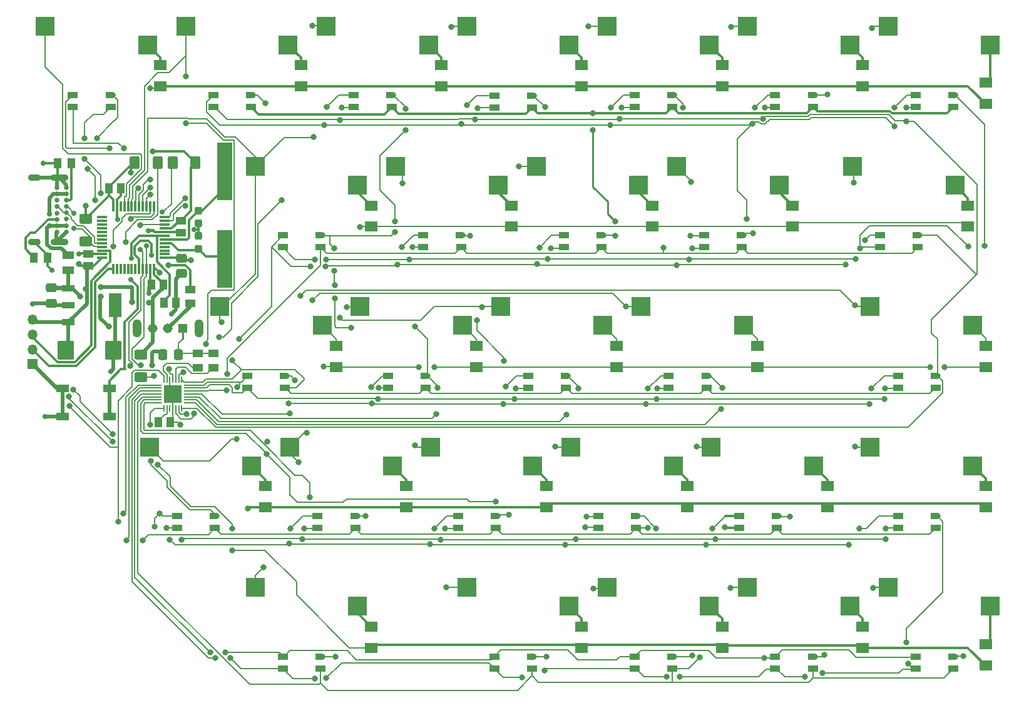
<source format=gbr>
%TF.GenerationSoftware,KiCad,Pcbnew,7.0.7*%
%TF.CreationDate,2024-01-07T23:51:42+01:00*%
%TF.ProjectId,kingslayer-28,6b696e67-736c-4617-9965-722d32382e6b,rev?*%
%TF.SameCoordinates,Original*%
%TF.FileFunction,Copper,L1,Top*%
%TF.FilePolarity,Positive*%
%FSLAX46Y46*%
G04 Gerber Fmt 4.6, Leading zero omitted, Abs format (unit mm)*
G04 Created by KiCad (PCBNEW 7.0.7) date 2024-01-07 23:51:42*
%MOMM*%
%LPD*%
G01*
G04 APERTURE LIST*
G04 Aperture macros list*
%AMRoundRect*
0 Rectangle with rounded corners*
0 $1 Rounding radius*
0 $2 $3 $4 $5 $6 $7 $8 $9 X,Y pos of 4 corners*
0 Add a 4 corners polygon primitive as box body*
4,1,4,$2,$3,$4,$5,$6,$7,$8,$9,$2,$3,0*
0 Add four circle primitives for the rounded corners*
1,1,$1+$1,$2,$3*
1,1,$1+$1,$4,$5*
1,1,$1+$1,$6,$7*
1,1,$1+$1,$8,$9*
0 Add four rect primitives between the rounded corners*
20,1,$1+$1,$2,$3,$4,$5,0*
20,1,$1+$1,$4,$5,$6,$7,0*
20,1,$1+$1,$6,$7,$8,$9,0*
20,1,$1+$1,$8,$9,$2,$3,0*%
%AMOutline4P*
0 Free polygon, 4 corners , with rotation*
0 The origin of the aperture is its center*
0 number of corners: always 4*
0 $1 to $8 corner X, Y*
0 $9 Rotation angle, in degrees counterclockwise*
0 create outline with 4 corners*
4,1,4,$1,$2,$3,$4,$5,$6,$7,$8,$1,$2,$9*%
%AMFreePoly0*
4,1,14,0.123607,0.380423,0.235114,0.323607,0.323607,0.235114,0.380423,0.123607,0.400000,0.000000,0.380423,-0.123607,0.323607,-0.235114,0.235114,-0.323607,0.123607,-0.380423,0.000000,-0.400000,-0.900000,-0.400000,-0.900000,0.400000,0.000000,0.400000,0.123607,0.380423,0.123607,0.380423,$1*%
G04 Aperture macros list end*
%TA.AperFunction,SMDPad,CuDef*%
%ADD10R,1.800000X1.340000*%
%TD*%
%TA.AperFunction,SMDPad,CuDef*%
%ADD11RoundRect,0.250000X-0.337500X-0.475000X0.337500X-0.475000X0.337500X0.475000X-0.337500X0.475000X0*%
%TD*%
%TA.AperFunction,SMDPad,CuDef*%
%ADD12R,1.400000X1.000000*%
%TD*%
%TA.AperFunction,SMDPad,CuDef*%
%ADD13R,0.200000X0.850000*%
%TD*%
%TA.AperFunction,SMDPad,CuDef*%
%ADD14R,0.850000X0.200000*%
%TD*%
%TA.AperFunction,SMDPad,CuDef*%
%ADD15R,2.400000X2.400000*%
%TD*%
%TA.AperFunction,SMDPad,CuDef*%
%ADD16Outline4P,-0.650000X-0.400000X0.650000X-0.400000X0.650000X0.400000X-0.650000X0.400000X0.000000*%
%TD*%
%TA.AperFunction,SMDPad,CuDef*%
%ADD17FreePoly0,0.000000*%
%TD*%
%TA.AperFunction,SMDPad,CuDef*%
%ADD18RoundRect,0.250000X-0.475000X0.337500X-0.475000X-0.337500X0.475000X-0.337500X0.475000X0.337500X0*%
%TD*%
%TA.AperFunction,SMDPad,CuDef*%
%ADD19RoundRect,0.250000X0.400000X0.625000X-0.400000X0.625000X-0.400000X-0.625000X0.400000X-0.625000X0*%
%TD*%
%TA.AperFunction,SMDPad,CuDef*%
%ADD20R,1.475000X0.300000*%
%TD*%
%TA.AperFunction,SMDPad,CuDef*%
%ADD21R,0.300000X1.475000*%
%TD*%
%TA.AperFunction,SMDPad,CuDef*%
%ADD22R,1.020000X1.470000*%
%TD*%
%TA.AperFunction,SMDPad,CuDef*%
%ADD23RoundRect,0.250000X-0.625000X0.400000X-0.625000X-0.400000X0.625000X-0.400000X0.625000X0.400000X0*%
%TD*%
%TA.AperFunction,SMDPad,CuDef*%
%ADD24R,1.470000X1.020000*%
%TD*%
%TA.AperFunction,SMDPad,CuDef*%
%ADD25R,1.520000X1.000000*%
%TD*%
%TA.AperFunction,SMDPad,CuDef*%
%ADD26RoundRect,0.237500X-0.237500X0.300000X-0.237500X-0.300000X0.237500X-0.300000X0.237500X0.300000X0*%
%TD*%
%TA.AperFunction,SMDPad,CuDef*%
%ADD27R,1.000000X1.450000*%
%TD*%
%TA.AperFunction,SMDPad,CuDef*%
%ADD28R,1.450000X1.000000*%
%TD*%
%TA.AperFunction,SMDPad,CuDef*%
%ADD29RoundRect,0.250000X-0.400000X-0.625000X0.400000X-0.625000X0.400000X0.625000X-0.400000X0.625000X0*%
%TD*%
%TA.AperFunction,SMDPad,CuDef*%
%ADD30RoundRect,0.250000X-0.875000X-1.025000X0.875000X-1.025000X0.875000X1.025000X-0.875000X1.025000X0*%
%TD*%
%TA.AperFunction,SMDPad,CuDef*%
%ADD31R,2.000000X7.875000*%
%TD*%
%TA.AperFunction,SMDPad,CuDef*%
%ADD32R,1.750000X0.950000*%
%TD*%
%TA.AperFunction,SMDPad,CuDef*%
%ADD33R,1.750000X3.200000*%
%TD*%
%TA.AperFunction,ComponentPad*%
%ADD34C,0.650000*%
%TD*%
%TA.AperFunction,ComponentPad*%
%ADD35O,2.400000X0.900000*%
%TD*%
%TA.AperFunction,ComponentPad*%
%ADD36O,1.700000X0.900000*%
%TD*%
%TA.AperFunction,ComponentPad*%
%ADD37R,1.350000X1.350000*%
%TD*%
%TA.AperFunction,ComponentPad*%
%ADD38O,1.350000X1.350000*%
%TD*%
%TA.AperFunction,SMDPad,CuDef*%
%ADD39R,1.700000X1.000000*%
%TD*%
%TA.AperFunction,SMDPad,CuDef*%
%ADD40RoundRect,0.237500X0.237500X-0.300000X0.237500X0.300000X-0.237500X0.300000X-0.237500X-0.300000X0*%
%TD*%
%TA.AperFunction,ComponentPad*%
%ADD41R,1.308000X1.308000*%
%TD*%
%TA.AperFunction,ComponentPad*%
%ADD42C,1.308000*%
%TD*%
%TA.AperFunction,ComponentPad*%
%ADD43O,1.230000X2.460000*%
%TD*%
%TA.AperFunction,SMDPad,CuDef*%
%ADD44R,2.550000X2.500000*%
%TD*%
%TA.AperFunction,ViaPad*%
%ADD45C,0.800000*%
%TD*%
%TA.AperFunction,ViaPad*%
%ADD46C,0.700000*%
%TD*%
%TA.AperFunction,Conductor*%
%ADD47C,0.300000*%
%TD*%
%TA.AperFunction,Conductor*%
%ADD48C,0.500000*%
%TD*%
%TA.AperFunction,Conductor*%
%ADD49C,0.200000*%
%TD*%
%TA.AperFunction,Conductor*%
%ADD50C,0.250000*%
%TD*%
G04 APERTURE END LIST*
D10*
%TO.P,D14,1*%
%TO.N,row2*%
X179077848Y-95885000D03*
%TO.P,D14,2*%
%TO.N,Net-(D14-Pad2)*%
X179077848Y-93025000D03*
%TD*%
%TO.P,D18,1*%
%TO.N,row3*%
X131577848Y-114885000D03*
%TO.P,D18,2*%
%TO.N,Net-(D18-Pad2)*%
X131577848Y-112025000D03*
%TD*%
%TO.P,D15,1*%
%TO.N,row2*%
X160077848Y-95885000D03*
%TO.P,D15,2*%
%TO.N,Net-(D15-Pad2)*%
X160077848Y-93025000D03*
%TD*%
D11*
%TO.P,C9,1*%
%TO.N,+5V*%
X98657500Y-94208600D03*
%TO.P,C9,2*%
%TO.N,GND*%
X100732500Y-94208600D03*
%TD*%
D10*
%TO.P,D9,1*%
%TO.N,row1*%
X145827848Y-76885000D03*
%TO.P,D9,2*%
%TO.N,Net-(D9-Pad2)*%
X145827848Y-74025000D03*
%TD*%
D12*
%TO.P,R6,1*%
%TO.N,sdb*%
X105486200Y-95971400D03*
%TO.P,R6,2*%
%TO.N,GND*%
X105486200Y-94071400D03*
%TD*%
D13*
%TO.P,IC2,1,CA9*%
%TO.N,ca9*%
X101219000Y-97573000D03*
%TO.P,IC2,2,VCC*%
%TO.N,+5V*%
X100819000Y-97573000D03*
%TO.P,IC2,3,SDB*%
%TO.N,sdb*%
X100419000Y-97573000D03*
%TO.P,IC2,4,INTB*%
%TO.N,intb*%
X100019000Y-97573000D03*
%TO.P,IC2,5,GND*%
%TO.N,GND*%
X99619000Y-97573000D03*
%TO.P,IC2,6,R_EXT*%
%TO.N,r_ext*%
X99219000Y-97573000D03*
%TO.P,IC2,7,CB1*%
%TO.N,cb1*%
X98819000Y-97573000D03*
D14*
%TO.P,IC2,8,CB2*%
%TO.N,cb2*%
X98069000Y-98323000D03*
%TO.P,IC2,9,CB3*%
%TO.N,cb3*%
X98069000Y-98723000D03*
%TO.P,IC2,10,CB4*%
%TO.N,cb4*%
X98069000Y-99123000D03*
%TO.P,IC2,11,CB5*%
%TO.N,cb5*%
X98069000Y-99523000D03*
%TO.P,IC2,12,CB6*%
%TO.N,cb6*%
X98069000Y-99923000D03*
%TO.P,IC2,13,CB7*%
%TO.N,cb7*%
X98069000Y-100323000D03*
%TO.P,IC2,14,CB8*%
%TO.N,cb8*%
X98069000Y-100723000D03*
D13*
%TO.P,IC2,15,CB9*%
%TO.N,cb9*%
X98819000Y-101473000D03*
%TO.P,IC2,16,C_FILT*%
%TO.N,c_filt*%
X99219000Y-101473000D03*
%TO.P,IC2,17,IN*%
%TO.N,unconnected-(IC2-IN-Pad17)*%
X99619000Y-101473000D03*
%TO.P,IC2,18,AD*%
%TO.N,GND*%
X100019000Y-101473000D03*
%TO.P,IC2,19,SDA*%
%TO.N,/RGB/sda*%
X100419000Y-101473000D03*
%TO.P,IC2,20,SCL*%
%TO.N,/RGB/scl*%
X100819000Y-101473000D03*
%TO.P,IC2,21,CA1*%
%TO.N,ca1*%
X101219000Y-101473000D03*
D14*
%TO.P,IC2,22,CA2*%
%TO.N,ca2*%
X101969000Y-100723000D03*
%TO.P,IC2,23,CA3*%
%TO.N,ca3*%
X101969000Y-100323000D03*
%TO.P,IC2,24,CA4*%
%TO.N,ca4*%
X101969000Y-99923000D03*
%TO.P,IC2,25,CA5*%
%TO.N,ca5*%
X101969000Y-99523000D03*
%TO.P,IC2,26,CA6*%
%TO.N,ca6*%
X101969000Y-99123000D03*
%TO.P,IC2,27,CA7*%
%TO.N,ca7*%
X101969000Y-98723000D03*
%TO.P,IC2,28,CA8*%
%TO.N,ca8*%
X101969000Y-98323000D03*
D15*
%TO.P,IC2,29,PAD*%
%TO.N,GND*%
X100019000Y-99523000D03*
%TD*%
D16*
%TO.P,D48,1,RK*%
%TO.N,cb4*%
X143502848Y-136675000D03*
%TO.P,D48,2,GK*%
%TO.N,cb5*%
X143502848Y-135075000D03*
%TO.P,D48,3,BK*%
%TO.N,cb6*%
X148602848Y-136675000D03*
D17*
%TO.P,D48,4,A*%
%TO.N,cb7*%
X148852848Y-135075000D03*
%TD*%
D10*
%TO.P,D21,1*%
%TO.N,row3*%
X188577848Y-114885000D03*
%TO.P,D21,2*%
%TO.N,Net-(D21-Pad2)*%
X188577848Y-112025000D03*
%TD*%
%TO.P,D12,1*%
%TO.N,row1*%
X207577848Y-76885000D03*
%TO.P,D12,2*%
%TO.N,Net-(D12-Pad2)*%
X207577848Y-74025000D03*
%TD*%
D18*
%TO.P,C11,1*%
%TO.N,+5V*%
X83561648Y-85170100D03*
%TO.P,C11,2*%
%TO.N,GND*%
X83561648Y-87245100D03*
%TD*%
D10*
%TO.P,D28,1*%
%TO.N,row4*%
X126827848Y-133885000D03*
%TO.P,D28,2*%
%TO.N,Net-(D28-Pad2)*%
X126827848Y-131025000D03*
%TD*%
D19*
%TO.P,R5,1*%
%TO.N,+3V3*%
X103069448Y-68224400D03*
%TO.P,R5,2*%
%TO.N,/RGB/sda*%
X99969448Y-68224400D03*
%TD*%
D16*
%TO.P,D55,1,RK*%
%TO.N,cb1*%
X100602848Y-117675000D03*
%TO.P,D55,2,GK*%
%TO.N,cb2*%
X100602848Y-116075000D03*
%TO.P,D55,3,BK*%
%TO.N,cb3*%
X105702848Y-117675000D03*
D17*
%TO.P,D55,4,A*%
%TO.N,cb9*%
X105952848Y-116075000D03*
%TD*%
D10*
%TO.P,D27,1*%
%TO.N,row4*%
X155327848Y-133885000D03*
%TO.P,D27,2*%
%TO.N,Net-(D27-Pad2)*%
X155327848Y-131025000D03*
%TD*%
D16*
%TO.P,D51,1,RK*%
%TO.N,ca7*%
X110102848Y-98675000D03*
%TO.P,D51,2,GK*%
%TO.N,ca8*%
X110102848Y-97075000D03*
%TO.P,D51,3,BK*%
%TO.N,ca9*%
X115202848Y-98675000D03*
D17*
%TO.P,D51,4,A*%
%TO.N,ca5*%
X115452848Y-97075000D03*
%TD*%
D20*
%TO.P,IC1,1,VBAT*%
%TO.N,+3V3*%
X98950248Y-81109000D03*
%TO.P,IC1,2,PC13*%
%TO.N,unconnected-(IC1-PC13-Pad2)*%
X98950248Y-80609000D03*
%TO.P,IC1,3,PC14/OSC32_IN*%
%TO.N,unconnected-(IC1-PC14{slash}OSC32_IN-Pad3)*%
X98950248Y-80109000D03*
%TO.P,IC1,4,PC15/OSC32_OUT*%
%TO.N,unconnected-(IC1-PC15{slash}OSC32_OUT-Pad4)*%
X98950248Y-79609000D03*
%TO.P,IC1,5,PF0/OSC_IN*%
%TO.N,xtal1*%
X98950248Y-79109000D03*
%TO.P,IC1,6,PF1/OSC_OUT*%
%TO.N,xtal2*%
X98950248Y-78609000D03*
%TO.P,IC1,7,NRST*%
%TO.N,nrst*%
X98950248Y-78109000D03*
%TO.P,IC1,8,VSSA/VREF-*%
%TO.N,GND*%
X98950248Y-77609000D03*
%TO.P,IC1,9,VDDA*%
%TO.N,+3V3*%
X98950248Y-77109000D03*
%TO.P,IC1,10,PA0*%
%TO.N,row0*%
X98950248Y-76609000D03*
%TO.P,IC1,11,PA1*%
%TO.N,row1*%
X98950248Y-76109000D03*
%TO.P,IC1,12,PA2*%
%TO.N,row2*%
X98950248Y-75609000D03*
D21*
%TO.P,IC1,13,PA3*%
%TO.N,row3*%
X97462248Y-74121000D03*
%TO.P,IC1,14,PA4*%
%TO.N,row4*%
X96962248Y-74121000D03*
%TO.P,IC1,15,PA5*%
%TO.N,col0*%
X96462248Y-74121000D03*
%TO.P,IC1,16,PA6*%
%TO.N,col1*%
X95962248Y-74121000D03*
%TO.P,IC1,17,PA7*%
%TO.N,col2*%
X95462248Y-74121000D03*
%TO.P,IC1,18,PB0*%
%TO.N,col3*%
X94962248Y-74121000D03*
%TO.P,IC1,19,PB1*%
%TO.N,col4*%
X94462248Y-74121000D03*
%TO.P,IC1,20,PB2*%
%TO.N,col5*%
X93962248Y-74121000D03*
%TO.P,IC1,21,PB10*%
%TO.N,col6*%
X93462248Y-74121000D03*
%TO.P,IC1,22,PB11*%
%TO.N,unconnected-(IC1-PB11-Pad22)*%
X92962248Y-74121000D03*
%TO.P,IC1,23,VSS_1*%
%TO.N,GND*%
X92462248Y-74121000D03*
%TO.P,IC1,24,VDD_1*%
%TO.N,+3V3*%
X91962248Y-74121000D03*
D20*
%TO.P,IC1,25,PB12*%
%TO.N,unconnected-(IC1-PB12-Pad25)*%
X90474248Y-75609000D03*
%TO.P,IC1,26,PB13*%
%TO.N,unconnected-(IC1-PB13-Pad26)*%
X90474248Y-76109000D03*
%TO.P,IC1,27,PB14*%
%TO.N,unconnected-(IC1-PB14-Pad27)*%
X90474248Y-76609000D03*
%TO.P,IC1,28,PB15*%
%TO.N,unconnected-(IC1-PB15-Pad28)*%
X90474248Y-77109000D03*
%TO.P,IC1,29,PA8*%
%TO.N,unconnected-(IC1-PA8-Pad29)*%
X90474248Y-77609000D03*
%TO.P,IC1,30,PA9*%
%TO.N,unconnected-(IC1-PA9-Pad30)*%
X90474248Y-78109000D03*
%TO.P,IC1,31,PA10*%
%TO.N,unconnected-(IC1-PA10-Pad31)*%
X90474248Y-78609000D03*
%TO.P,IC1,32,PA11*%
%TO.N,d-*%
X90474248Y-79109000D03*
%TO.P,IC1,33,PA12*%
%TO.N,d+*%
X90474248Y-79609000D03*
%TO.P,IC1,34,PA13*%
%TO.N,swdio*%
X90474248Y-80109000D03*
%TO.P,IC1,35,VSS_2*%
%TO.N,GND*%
X90474248Y-80609000D03*
%TO.P,IC1,36,VDD_2*%
%TO.N,+3V3*%
X90474248Y-81109000D03*
D21*
%TO.P,IC1,37,PA14*%
%TO.N,swclk*%
X91962248Y-82597000D03*
%TO.P,IC1,38,PA15*%
%TO.N,unconnected-(IC1-PA15-Pad38)*%
X92462248Y-82597000D03*
%TO.P,IC1,39,PB3*%
%TO.N,unconnected-(IC1-PB3-Pad39)*%
X92962248Y-82597000D03*
%TO.P,IC1,40,PB4*%
%TO.N,unconnected-(IC1-PB4-Pad40)*%
X93462248Y-82597000D03*
%TO.P,IC1,41,PB5*%
%TO.N,unconnected-(IC1-PB5-Pad41)*%
X93962248Y-82597000D03*
%TO.P,IC1,42,PB6*%
%TO.N,unconnected-(IC1-PB6-Pad42)*%
X94462248Y-82597000D03*
%TO.P,IC1,43,PB7*%
%TO.N,unconnected-(IC1-PB7-Pad43)*%
X94962248Y-82597000D03*
%TO.P,IC1,44,BOOT0*%
%TO.N,boot0*%
X95462248Y-82597000D03*
%TO.P,IC1,45,PB8*%
%TO.N,/RGB/scl*%
X95962248Y-82597000D03*
%TO.P,IC1,46,PB9*%
%TO.N,/RGB/sda*%
X96462248Y-82597000D03*
%TO.P,IC1,47,VSS_3*%
%TO.N,GND*%
X96962248Y-82597000D03*
%TO.P,IC1,48,VDD_3*%
%TO.N,+3V3*%
X97462248Y-82597000D03*
%TD*%
D22*
%TO.P,C6,1*%
%TO.N,+3V3*%
X91352248Y-71721000D03*
%TO.P,C6,2*%
%TO.N,GND*%
X92972248Y-71721000D03*
%TD*%
D10*
%TO.P,D10,1*%
%TO.N,row1*%
X164827848Y-76885000D03*
%TO.P,D10,2*%
%TO.N,Net-(D10-Pad2)*%
X164827848Y-74025000D03*
%TD*%
%TO.P,D5,1*%
%TO.N,row0*%
X136327848Y-57885000D03*
%TO.P,D5,2*%
%TO.N,Net-(D5-Pad2)*%
X136327848Y-55025000D03*
%TD*%
D23*
%TO.P,R9,1*%
%TO.N,+3V3*%
X88209848Y-75819000D03*
%TO.P,R9,2*%
%TO.N,d+*%
X88209848Y-78919000D03*
%TD*%
D24*
%TO.P,C5,1*%
%TO.N,+3V3*%
X88540048Y-82217000D03*
%TO.P,C5,2*%
%TO.N,GND*%
X88540048Y-80597000D03*
%TD*%
D22*
%TO.P,C4,1*%
%TO.N,+3V3*%
X98722648Y-84709000D03*
%TO.P,C4,2*%
%TO.N,GND*%
X97102648Y-84709000D03*
%TD*%
D25*
%TO.P,F1,1*%
%TO.N,Net-(F1-Pad1)*%
X85873048Y-80752600D03*
%TO.P,F1,2*%
%TO.N,+5V*%
X85873048Y-82772600D03*
%TD*%
D26*
%TO.P,C2,1*%
%TO.N,xtal2*%
X103500648Y-74727900D03*
%TO.P,C2,2*%
%TO.N,GND*%
X103500648Y-76452900D03*
%TD*%
D24*
%TO.P,C3,1*%
%TO.N,+3V3*%
X101113048Y-76050400D03*
%TO.P,C3,2*%
%TO.N,GND*%
X101113048Y-77670400D03*
%TD*%
D27*
%TO.P,R7,1*%
%TO.N,Net-(USB1-CC1)*%
X86299848Y-68326000D03*
%TO.P,R7,2*%
%TO.N,GND*%
X84399848Y-68326000D03*
%TD*%
D16*
%TO.P,D49,1,RK*%
%TO.N,ca1*%
X124502848Y-60675000D03*
%TO.P,D49,2,GK*%
%TO.N,ca2*%
X124502848Y-59075000D03*
%TO.P,D49,3,BK*%
%TO.N,ca3*%
X129602848Y-60675000D03*
D17*
%TO.P,D49,4,A*%
%TO.N,ca8*%
X129852848Y-59075000D03*
%TD*%
D10*
%TO.P,D1,1*%
%TO.N,row0*%
X209952848Y-60260000D03*
%TO.P,D1,2*%
%TO.N,Net-(D1-Pad2)*%
X209952848Y-57400000D03*
%TD*%
D16*
%TO.P,D44,1,RK*%
%TO.N,ca1*%
X143521848Y-60794800D03*
%TO.P,D44,2,GK*%
%TO.N,ca2*%
X143521848Y-59194800D03*
%TO.P,D44,3,BK*%
%TO.N,ca3*%
X148621848Y-60794800D03*
D17*
%TO.P,D44,4,A*%
%TO.N,ca7*%
X148871848Y-59194800D03*
%TD*%
D16*
%TO.P,D37,1,RK*%
%TO.N,cb1*%
X176602848Y-117675000D03*
%TO.P,D37,2,GK*%
%TO.N,cb2*%
X176602848Y-116075000D03*
%TO.P,D37,3,BK*%
%TO.N,cb3*%
X181702848Y-117675000D03*
D17*
%TO.P,D37,4,A*%
%TO.N,cb5*%
X181952848Y-116075000D03*
%TD*%
D28*
%TO.P,R2,1*%
%TO.N,r_ext*%
X103428800Y-95971400D03*
%TO.P,R2,2*%
%TO.N,GND*%
X103428800Y-94071400D03*
%TD*%
D16*
%TO.P,D36,1,RK*%
%TO.N,ca7*%
X167102848Y-98675000D03*
%TO.P,D36,2,GK*%
%TO.N,ca8*%
X167102848Y-97075000D03*
%TO.P,D36,3,BK*%
%TO.N,ca9*%
X172202848Y-98675000D03*
D17*
%TO.P,D36,4,A*%
%TO.N,ca2*%
X172452848Y-97075000D03*
%TD*%
D29*
%TO.P,R4,1*%
%TO.N,+3V3*%
X94838648Y-68173600D03*
%TO.P,R4,2*%
%TO.N,/RGB/scl*%
X97938648Y-68173600D03*
%TD*%
D10*
%TO.P,D26,1*%
%TO.N,row4*%
X174327848Y-133885000D03*
%TO.P,D26,2*%
%TO.N,Net-(D26-Pad2)*%
X174327848Y-131025000D03*
%TD*%
%TO.P,D2,1*%
%TO.N,row0*%
X193327848Y-57885000D03*
%TO.P,D2,2*%
%TO.N,Net-(D2-Pad2)*%
X193327848Y-55025000D03*
%TD*%
D16*
%TO.P,D46,1,RK*%
%TO.N,ca7*%
X129102848Y-98675000D03*
%TO.P,D46,2,GK*%
%TO.N,ca8*%
X129102848Y-97075000D03*
%TO.P,D46,3,BK*%
%TO.N,ca9*%
X134202848Y-98675000D03*
D17*
%TO.P,D46,4,A*%
%TO.N,ca4*%
X134452848Y-97075000D03*
%TD*%
D16*
%TO.P,D50,1,RK*%
%TO.N,ca4*%
X114902848Y-79675000D03*
%TO.P,D50,2,GK*%
%TO.N,ca5*%
X114902848Y-78075000D03*
%TO.P,D50,3,BK*%
%TO.N,ca6*%
X120002848Y-79675000D03*
D17*
%TO.P,D50,4,A*%
%TO.N,ca8*%
X120252848Y-78075000D03*
%TD*%
D16*
%TO.P,D54,1,RK*%
%TO.N,ca1*%
X105502848Y-60675000D03*
%TO.P,D54,2,GK*%
%TO.N,ca2*%
X105502848Y-59075000D03*
%TO.P,D54,3,BK*%
%TO.N,ca3*%
X110602848Y-60675000D03*
D17*
%TO.P,D54,4,A*%
%TO.N,ca9*%
X110852848Y-59075000D03*
%TD*%
D30*
%TO.P,C12,1*%
%TO.N,+3V3*%
X85543248Y-93573600D03*
%TO.P,C12,2*%
%TO.N,GND*%
X91943248Y-93573600D03*
%TD*%
D22*
%TO.P,C10,1*%
%TO.N,GND*%
X100424448Y-87172800D03*
%TO.P,C10,2*%
%TO.N,nrst*%
X98804448Y-87172800D03*
%TD*%
D16*
%TO.P,D45,1,RK*%
%TO.N,ca4*%
X133902848Y-79675000D03*
%TO.P,D45,2,GK*%
%TO.N,ca5*%
X133902848Y-78075000D03*
%TO.P,D45,3,BK*%
%TO.N,ca6*%
X139002848Y-79675000D03*
D17*
%TO.P,D45,4,A*%
%TO.N,ca7*%
X139252848Y-78075000D03*
%TD*%
D16*
%TO.P,D38,1,RK*%
%TO.N,cb4*%
X181502848Y-136675000D03*
%TO.P,D38,2,GK*%
%TO.N,cb5*%
X181502848Y-135075000D03*
%TO.P,D38,3,BK*%
%TO.N,cb6*%
X186602848Y-136675000D03*
D17*
%TO.P,D38,4,A*%
%TO.N,cb2*%
X186852848Y-135075000D03*
%TD*%
D31*
%TO.P,X1,1,1*%
%TO.N,xtal1*%
X107031248Y-81273900D03*
%TO.P,X1,2,2*%
%TO.N,xtal2*%
X107031248Y-69398900D03*
%TD*%
D10*
%TO.P,D4,1*%
%TO.N,row0*%
X155327848Y-57885000D03*
%TO.P,D4,2*%
%TO.N,Net-(D4-Pad2)*%
X155327848Y-55025000D03*
%TD*%
D16*
%TO.P,D29,1,RK*%
%TO.N,ca1*%
X200502848Y-60675000D03*
%TO.P,D29,2,GK*%
%TO.N,ca2*%
X200502848Y-59075000D03*
%TO.P,D29,3,BK*%
%TO.N,ca3*%
X205602848Y-60675000D03*
D17*
%TO.P,D29,4,A*%
%TO.N,ca4*%
X205852848Y-59075000D03*
%TD*%
D16*
%TO.P,D53,1,RK*%
%TO.N,cb4*%
X114902848Y-136675000D03*
%TO.P,D53,2,GK*%
%TO.N,cb5*%
X114902848Y-135075000D03*
%TO.P,D53,3,BK*%
%TO.N,cb6*%
X120002848Y-136675000D03*
D17*
%TO.P,D53,4,A*%
%TO.N,cb8*%
X120252848Y-135075000D03*
%TD*%
D32*
%TO.P,IC3,1,IN*%
%TO.N,+5V*%
X85898048Y-85203000D03*
%TO.P,IC3,2,GND_1*%
%TO.N,GND*%
X85898048Y-87503000D03*
%TO.P,IC3,3,OUT*%
%TO.N,+3V3*%
X85898048Y-89803000D03*
D33*
%TO.P,IC3,4,GND_2*%
%TO.N,GND*%
X92198048Y-87503000D03*
%TD*%
D10*
%TO.P,D19,1*%
%TO.N,row3*%
X150577848Y-114885000D03*
%TO.P,D19,2*%
%TO.N,Net-(D19-Pad2)*%
X150577848Y-112025000D03*
%TD*%
D23*
%TO.P,R3,1*%
%TO.N,+3V3*%
X95707200Y-94182600D03*
%TO.P,R3,2*%
%TO.N,intb*%
X95707200Y-97282600D03*
%TD*%
D16*
%TO.P,D34,1,RK*%
%TO.N,ca1*%
X181502848Y-60675000D03*
%TO.P,D34,2,GK*%
%TO.N,ca2*%
X181502848Y-59075000D03*
%TO.P,D34,3,BK*%
%TO.N,ca3*%
X186602848Y-60675000D03*
D17*
%TO.P,D34,4,A*%
%TO.N,ca5*%
X186852848Y-59075000D03*
%TD*%
D16*
%TO.P,D40,1,RK*%
%TO.N,ca4*%
X152902848Y-79675000D03*
%TO.P,D40,2,GK*%
%TO.N,ca5*%
X152902848Y-78075000D03*
%TO.P,D40,3,BK*%
%TO.N,ca6*%
X158002848Y-79675000D03*
D17*
%TO.P,D40,4,A*%
%TO.N,ca3*%
X158252848Y-78075000D03*
%TD*%
D27*
%TO.P,R8,1*%
%TO.N,Net-(USB1-CC2)*%
X81214648Y-81051400D03*
%TO.P,R8,2*%
%TO.N,GND*%
X83114648Y-81051400D03*
%TD*%
D16*
%TO.P,D41,1,RK*%
%TO.N,ca7*%
X148102848Y-98675000D03*
%TO.P,D41,2,GK*%
%TO.N,ca8*%
X148102848Y-97075000D03*
%TO.P,D41,3,BK*%
%TO.N,ca9*%
X153202848Y-98675000D03*
D17*
%TO.P,D41,4,A*%
%TO.N,ca3*%
X153452848Y-97075000D03*
%TD*%
D16*
%TO.P,D32,1,RK*%
%TO.N,cb1*%
X198102848Y-117675000D03*
%TO.P,D32,2,GK*%
%TO.N,cb2*%
X198102848Y-116075000D03*
%TO.P,D32,3,BK*%
%TO.N,cb3*%
X203202848Y-117675000D03*
D17*
%TO.P,D32,4,A*%
%TO.N,cb4*%
X203452848Y-116075000D03*
%TD*%
D10*
%TO.P,D25,1*%
%TO.N,row4*%
X193327848Y-133885000D03*
%TO.P,D25,2*%
%TO.N,Net-(D25-Pad2)*%
X193327848Y-131025000D03*
%TD*%
%TO.P,D17,1*%
%TO.N,row2*%
X122077848Y-95885000D03*
%TO.P,D17,2*%
%TO.N,Net-(D17-Pad2)*%
X122077848Y-93025000D03*
%TD*%
D16*
%TO.P,D30,1,RK*%
%TO.N,ca4*%
X195702848Y-79675000D03*
%TO.P,D30,2,GK*%
%TO.N,ca5*%
X195702848Y-78075000D03*
%TO.P,D30,3,BK*%
%TO.N,ca6*%
X200802848Y-79675000D03*
D17*
%TO.P,D30,4,A*%
%TO.N,ca1*%
X201052848Y-78075000D03*
%TD*%
D10*
%TO.P,D11,1*%
%TO.N,row1*%
X183827848Y-76885000D03*
%TO.P,D11,2*%
%TO.N,Net-(D11-Pad2)*%
X183827848Y-74025000D03*
%TD*%
%TO.P,D20,1*%
%TO.N,row3*%
X169577848Y-114885000D03*
%TO.P,D20,2*%
%TO.N,Net-(D20-Pad2)*%
X169577848Y-112025000D03*
%TD*%
%TO.P,D8,1*%
%TO.N,row1*%
X126827848Y-76885000D03*
%TO.P,D8,2*%
%TO.N,Net-(D8-Pad2)*%
X126827848Y-74025000D03*
%TD*%
D12*
%TO.P,R1,1*%
%TO.N,Net-(SW1-B)*%
X102357648Y-87274400D03*
%TO.P,R1,2*%
%TO.N,boot0*%
X102357648Y-85374400D03*
%TD*%
D18*
%TO.P,C7,1*%
%TO.N,+3V3*%
X101163848Y-81131500D03*
%TO.P,C7,2*%
%TO.N,GND*%
X101163848Y-83206500D03*
%TD*%
D16*
%TO.P,D43,1,RK*%
%TO.N,cb4*%
X162502848Y-136675000D03*
%TO.P,D43,2,GK*%
%TO.N,cb5*%
X162502848Y-135075000D03*
%TO.P,D43,3,BK*%
%TO.N,cb6*%
X167602848Y-136675000D03*
D17*
%TO.P,D43,4,A*%
%TO.N,cb3*%
X167852848Y-135075000D03*
%TD*%
D10*
%TO.P,D23,1*%
%TO.N,row3*%
X112577848Y-114885000D03*
%TO.P,D23,2*%
%TO.N,Net-(D23-Pad2)*%
X112577848Y-112025000D03*
%TD*%
%TO.P,D3,1*%
%TO.N,row0*%
X174327848Y-57885000D03*
%TO.P,D3,2*%
%TO.N,Net-(D3-Pad2)*%
X174327848Y-55025000D03*
%TD*%
%TO.P,D6,1*%
%TO.N,row0*%
X117327848Y-57885000D03*
%TO.P,D6,2*%
%TO.N,Net-(D6-Pad2)*%
X117327848Y-55025000D03*
%TD*%
D34*
%TO.P,USB1,A1,GND*%
%TO.N,GND*%
X85652848Y-71624800D03*
%TO.P,USB1,A4,VBUS*%
%TO.N,Net-(F1-Pad1)*%
X85652848Y-72474800D03*
%TO.P,USB1,A5,CC1*%
%TO.N,Net-(USB1-CC1)*%
X85652848Y-73324800D03*
%TO.P,USB1,A6,D+*%
%TO.N,d+*%
X85652848Y-74174800D03*
%TO.P,USB1,A7,D-*%
%TO.N,d-*%
X85652848Y-75024800D03*
%TO.P,USB1,A8,SBU1*%
%TO.N,unconnected-(USB1-SBU1-PadA8)*%
X85652848Y-75874800D03*
%TO.P,USB1,A9,VBUS*%
%TO.N,Net-(F1-Pad1)*%
X85652848Y-76724800D03*
%TO.P,USB1,A12,GND*%
%TO.N,GND*%
X85652848Y-77574800D03*
%TO.P,USB1,B1,GND*%
X84327848Y-77579800D03*
%TO.P,USB1,B4,VBUS*%
%TO.N,Net-(F1-Pad1)*%
X84327848Y-76729800D03*
%TO.P,USB1,B5,CC2*%
%TO.N,Net-(USB1-CC2)*%
X84327848Y-75879800D03*
%TO.P,USB1,B6,D+*%
%TO.N,d+*%
X84327848Y-75029800D03*
%TO.P,USB1,B7,D-*%
%TO.N,d-*%
X84327848Y-74179800D03*
%TO.P,USB1,B8,SBU2*%
%TO.N,unconnected-(USB1-SBU2-PadB8)*%
X84327848Y-73329800D03*
%TO.P,USB1,B9,VBUS*%
%TO.N,Net-(F1-Pad1)*%
X84327848Y-72479800D03*
%TO.P,USB1,B12,GND*%
%TO.N,GND*%
X84327848Y-71624800D03*
D35*
%TO.P,USB1,S1,Shell1*%
X84672848Y-70274800D03*
D36*
X81292848Y-70274800D03*
D35*
X84672848Y-78924800D03*
D36*
X81292848Y-78924800D03*
%TD*%
D16*
%TO.P,D47,1,RK*%
%TO.N,cb1*%
X138602848Y-117675000D03*
%TO.P,D47,2,GK*%
%TO.N,cb2*%
X138602848Y-116075000D03*
%TO.P,D47,3,BK*%
%TO.N,cb3*%
X143702848Y-117675000D03*
D17*
%TO.P,D47,4,A*%
%TO.N,cb7*%
X143952848Y-116075000D03*
%TD*%
D22*
%TO.P,C8,1*%
%TO.N,c_filt*%
X98072200Y-103327200D03*
%TO.P,C8,2*%
%TO.N,GND*%
X99692200Y-103327200D03*
%TD*%
D37*
%TO.P,J1,1,Pin_1*%
%TO.N,GND*%
X81072448Y-95504000D03*
D38*
%TO.P,J1,2,Pin_2*%
%TO.N,swclk*%
X81072448Y-93504000D03*
%TO.P,J1,3,Pin_3*%
%TO.N,swdio*%
X81072448Y-91504000D03*
%TO.P,J1,4,Pin_4*%
%TO.N,+3V3*%
X81072448Y-89504000D03*
%TD*%
D16*
%TO.P,D52,1,RK*%
%TO.N,cb1*%
X119602848Y-117675000D03*
%TO.P,D52,2,GK*%
%TO.N,cb2*%
X119602848Y-116075000D03*
%TO.P,D52,3,BK*%
%TO.N,cb3*%
X124702848Y-117675000D03*
D17*
%TO.P,D52,4,A*%
%TO.N,cb8*%
X124952848Y-116075000D03*
%TD*%
D16*
%TO.P,D33,1,RK*%
%TO.N,cb4*%
X200502848Y-136675000D03*
%TO.P,D33,2,GK*%
%TO.N,cb5*%
X200502848Y-135075000D03*
%TO.P,D33,3,BK*%
%TO.N,cb6*%
X205602848Y-136675000D03*
D17*
%TO.P,D33,4,A*%
%TO.N,cb1*%
X205852848Y-135075000D03*
%TD*%
D10*
%TO.P,D16,1*%
%TO.N,row2*%
X141077848Y-95885000D03*
%TO.P,D16,2*%
%TO.N,Net-(D16-Pad2)*%
X141077848Y-93025000D03*
%TD*%
%TO.P,D13,1*%
%TO.N,row2*%
X209952848Y-95885000D03*
%TO.P,D13,2*%
%TO.N,Net-(D13-Pad2)*%
X209952848Y-93025000D03*
%TD*%
D39*
%TO.P,S1,1,1*%
%TO.N,GND*%
X85128048Y-102560200D03*
%TO.P,S1,2,2*%
%TO.N,nrst*%
X91428048Y-102560200D03*
%TO.P,S1,3,3*%
%TO.N,GND*%
X85128048Y-98760200D03*
%TO.P,S1,4,4*%
%TO.N,nrst*%
X91428048Y-98760200D03*
%TD*%
D10*
%TO.P,D24,1*%
%TO.N,row4*%
X209952848Y-136260000D03*
%TO.P,D24,2*%
%TO.N,Net-(D24-Pad2)*%
X209952848Y-133400000D03*
%TD*%
D16*
%TO.P,D56,1,RK*%
%TO.N,cb7*%
X86502848Y-60675000D03*
%TO.P,D56,2,GK*%
%TO.N,cb8*%
X86502848Y-59075000D03*
%TO.P,D56,3,BK*%
%TO.N,cb9*%
X91602848Y-60675000D03*
D17*
%TO.P,D56,4,A*%
%TO.N,cb1*%
X91852848Y-59075000D03*
%TD*%
D10*
%TO.P,D7,1*%
%TO.N,row0*%
X98327848Y-57885000D03*
%TO.P,D7,2*%
%TO.N,Net-(D7-Pad2)*%
X98327848Y-55025000D03*
%TD*%
D16*
%TO.P,D35,1,RK*%
%TO.N,ca4*%
X171902848Y-79675000D03*
%TO.P,D35,2,GK*%
%TO.N,ca5*%
X171902848Y-78075000D03*
%TO.P,D35,3,BK*%
%TO.N,ca6*%
X177002848Y-79675000D03*
D17*
%TO.P,D35,4,A*%
%TO.N,ca2*%
X177252848Y-78075000D03*
%TD*%
D16*
%TO.P,D31,1,RK*%
%TO.N,ca7*%
X198102848Y-98675000D03*
%TO.P,D31,2,GK*%
%TO.N,ca8*%
X198102848Y-97075000D03*
%TO.P,D31,3,BK*%
%TO.N,ca9*%
X203202848Y-98675000D03*
D17*
%TO.P,D31,4,A*%
%TO.N,ca1*%
X203452848Y-97075000D03*
%TD*%
D40*
%TO.P,C1,1*%
%TO.N,xtal1*%
X103475248Y-79857600D03*
%TO.P,C1,2*%
%TO.N,GND*%
X103475248Y-78132600D03*
%TD*%
D41*
%TO.P,SW1,1,A*%
%TO.N,GND*%
X101344048Y-90678000D03*
D42*
%TO.P,SW1,2,B*%
%TO.N,Net-(SW1-B)*%
X99344048Y-90678000D03*
%TO.P,SW1,3,C*%
%TO.N,+3V3*%
X97344048Y-90678000D03*
D43*
%TO.P,SW1,S1*%
%TO.N,N/C*%
X103544048Y-90678000D03*
%TO.P,SW1,S2*%
X95144048Y-90678000D03*
%TD*%
D16*
%TO.P,D39,1,RK*%
%TO.N,ca1*%
X162502848Y-60675000D03*
%TO.P,D39,2,GK*%
%TO.N,ca2*%
X162502848Y-59075000D03*
%TO.P,D39,3,BK*%
%TO.N,ca3*%
X167602848Y-60675000D03*
D17*
%TO.P,D39,4,A*%
%TO.N,ca6*%
X167852848Y-59075000D03*
%TD*%
D16*
%TO.P,D42,1,RK*%
%TO.N,cb1*%
X157602848Y-117675000D03*
%TO.P,D42,2,GK*%
%TO.N,cb2*%
X157602848Y-116075000D03*
%TO.P,D42,3,BK*%
%TO.N,cb3*%
X162702848Y-117675000D03*
D17*
%TO.P,D42,4,A*%
%TO.N,cb6*%
X162952848Y-116075000D03*
%TD*%
D10*
%TO.P,D22,1*%
%TO.N,row3*%
X209952848Y-114885000D03*
%TO.P,D22,2*%
%TO.N,Net-(D22-Pad2)*%
X209952848Y-112025000D03*
%TD*%
D44*
%TO.P,K9,1*%
%TO.N,col1*%
X168162848Y-68720000D03*
%TO.P,K9,2*%
%TO.N,Net-(D11-Pad2)*%
X182012848Y-71260000D03*
%TD*%
%TO.P,K13,1*%
%TO.N,col0*%
X194362848Y-87720000D03*
%TO.P,K13,2*%
%TO.N,Net-(D13-Pad2)*%
X208212848Y-90260000D03*
%TD*%
%TO.P,K28,1*%
%TO.N,col4*%
X111162848Y-125720000D03*
%TO.P,K28,2*%
%TO.N,Net-(D28-Pad2)*%
X125012848Y-128260000D03*
%TD*%
%TO.P,K8,1*%
%TO.N,col0*%
X191962848Y-68720000D03*
%TO.P,K8,2*%
%TO.N,Net-(D12-Pad2)*%
X205812848Y-71260000D03*
%TD*%
%TO.P,K17,1*%
%TO.N,col4*%
X106362848Y-87720000D03*
%TO.P,K17,2*%
%TO.N,Net-(D17-Pad2)*%
X120212848Y-90260000D03*
%TD*%
%TO.P,K2,1*%
%TO.N,col1*%
X177762848Y-49720000D03*
%TO.P,K2,2*%
%TO.N,Net-(D2-Pad2)*%
X191612848Y-52260000D03*
%TD*%
%TO.P,K4,1*%
%TO.N,col3*%
X139762848Y-49720000D03*
%TO.P,K4,2*%
%TO.N,Net-(D4-Pad2)*%
X153612848Y-52260000D03*
%TD*%
%TO.P,K3,1*%
%TO.N,col2*%
X158762848Y-49720000D03*
%TO.P,K3,2*%
%TO.N,Net-(D3-Pad2)*%
X172612848Y-52260000D03*
%TD*%
%TO.P,K1,1*%
%TO.N,col0*%
X196762848Y-49720000D03*
%TO.P,K1,2*%
%TO.N,Net-(D1-Pad2)*%
X210612848Y-52260000D03*
%TD*%
%TO.P,K24,1*%
%TO.N,col0*%
X196762848Y-125720000D03*
%TO.P,K24,2*%
%TO.N,Net-(D24-Pad2)*%
X210612848Y-128260000D03*
%TD*%
%TO.P,K5,1*%
%TO.N,col4*%
X120762848Y-49720000D03*
%TO.P,K5,2*%
%TO.N,Net-(D5-Pad2)*%
X134612848Y-52260000D03*
%TD*%
%TO.P,K12,1*%
%TO.N,col4*%
X111162848Y-68720000D03*
%TO.P,K12,2*%
%TO.N,Net-(D8-Pad2)*%
X125012848Y-71260000D03*
%TD*%
%TO.P,K14,1*%
%TO.N,col1*%
X163362848Y-87720000D03*
%TO.P,K14,2*%
%TO.N,Net-(D14-Pad2)*%
X177212848Y-90260000D03*
%TD*%
%TO.P,K21,1*%
%TO.N,col3*%
X134862848Y-106720000D03*
%TO.P,K21,2*%
%TO.N,Net-(D19-Pad2)*%
X148712848Y-109260000D03*
%TD*%
%TO.P,K10,1*%
%TO.N,col2*%
X149162848Y-68720000D03*
%TO.P,K10,2*%
%TO.N,Net-(D10-Pad2)*%
X163012848Y-71260000D03*
%TD*%
%TO.P,K18,1*%
%TO.N,col0*%
X194362848Y-106720000D03*
%TO.P,K18,2*%
%TO.N,Net-(D22-Pad2)*%
X208212848Y-109260000D03*
%TD*%
%TO.P,K26,1*%
%TO.N,col2*%
X158762848Y-125720000D03*
%TO.P,K26,2*%
%TO.N,Net-(D26-Pad2)*%
X172612848Y-128260000D03*
%TD*%
%TO.P,K15,1*%
%TO.N,col2*%
X144362848Y-87720000D03*
%TO.P,K15,2*%
%TO.N,Net-(D15-Pad2)*%
X158212848Y-90260000D03*
%TD*%
%TO.P,K20,1*%
%TO.N,col2*%
X153862848Y-106720000D03*
%TO.P,K20,2*%
%TO.N,Net-(D20-Pad2)*%
X167712848Y-109260000D03*
%TD*%
%TO.P,K19,1*%
%TO.N,col1*%
X172862848Y-106720000D03*
%TO.P,K19,2*%
%TO.N,Net-(D21-Pad2)*%
X186712848Y-109260000D03*
%TD*%
%TO.P,K7,1*%
%TO.N,col6*%
X82762848Y-49720000D03*
%TO.P,K7,2*%
%TO.N,Net-(D7-Pad2)*%
X96612848Y-52260000D03*
%TD*%
%TO.P,K16,1*%
%TO.N,col3*%
X125362848Y-87720000D03*
%TO.P,K16,2*%
%TO.N,Net-(D16-Pad2)*%
X139212848Y-90260000D03*
%TD*%
%TO.P,K23,1*%
%TO.N,col5*%
X96862848Y-106720000D03*
%TO.P,K23,2*%
%TO.N,Net-(D23-Pad2)*%
X110712848Y-109260000D03*
%TD*%
%TO.P,K6,1*%
%TO.N,col5*%
X101762848Y-49720000D03*
%TO.P,K6,2*%
%TO.N,Net-(D6-Pad2)*%
X115612848Y-52260000D03*
%TD*%
%TO.P,K27,1*%
%TO.N,col3*%
X139762848Y-125720000D03*
%TO.P,K27,2*%
%TO.N,Net-(D27-Pad2)*%
X153612848Y-128260000D03*
%TD*%
%TO.P,K11,1*%
%TO.N,col3*%
X130162848Y-68720000D03*
%TO.P,K11,2*%
%TO.N,Net-(D9-Pad2)*%
X144012848Y-71260000D03*
%TD*%
%TO.P,K25,1*%
%TO.N,col1*%
X177762848Y-125720000D03*
%TO.P,K25,2*%
%TO.N,Net-(D25-Pad2)*%
X191612848Y-128260000D03*
%TD*%
%TO.P,K22,1*%
%TO.N,col4*%
X115862848Y-106720000D03*
%TO.P,K22,2*%
%TO.N,Net-(D18-Pad2)*%
X129712848Y-109260000D03*
%TD*%
D45*
%TO.N,+5V*%
X97205800Y-95633100D03*
X90237148Y-86309200D03*
X87477600Y-86309200D03*
X91348548Y-90398600D03*
X101437229Y-96560273D03*
D46*
%TO.N,nrst*%
X94382048Y-81153000D03*
X94331248Y-84074000D03*
D45*
%TO.N,row0*%
X96934346Y-58097746D03*
X95603094Y-76658000D03*
%TO.N,row1*%
X125323600Y-76936600D03*
X101684348Y-74041000D03*
%TO.N,row2*%
X204368400Y-95885000D03*
X120421400Y-95834200D03*
X202438000Y-95885000D03*
X135382000Y-95935800D03*
X133324600Y-95935800D03*
X101684348Y-73036200D03*
%TO.N,row3*%
X94361000Y-75869800D03*
X110210600Y-115011200D03*
%TO.N,row4*%
X108051600Y-120663700D03*
X91971904Y-79517386D03*
X86577550Y-98907600D03*
X108051600Y-117754400D03*
X98013022Y-109073178D03*
X91871800Y-104927400D03*
%TO.N,ca2*%
X178409600Y-62975663D03*
X178790600Y-60777163D03*
X178485800Y-77800200D03*
X120497600Y-63169800D03*
X120853200Y-60680600D03*
X197612000Y-63322200D03*
X177647600Y-75819000D03*
X139827000Y-60452000D03*
X174320200Y-98653600D03*
X197637400Y-60777163D03*
X159308800Y-60777163D03*
X139014200Y-62974000D03*
X174167800Y-101575576D03*
X159156400Y-63094967D03*
%TO.N,ca3*%
X153238200Y-102362000D03*
X154889200Y-98777576D03*
X156845000Y-63794967D03*
X156845000Y-61526663D03*
X159867600Y-76185500D03*
X159867600Y-78079600D03*
%TO.N,ca4*%
X132410200Y-79603600D03*
X192405000Y-81280000D03*
X132741339Y-90391110D03*
X169849800Y-81305400D03*
X135661400Y-102235000D03*
X151130000Y-79777141D03*
X207594200Y-79578200D03*
X150698200Y-81254600D03*
X120751600Y-81305400D03*
X135788400Y-98653600D03*
X192963800Y-79777576D03*
X209829400Y-79476600D03*
X170256200Y-79777576D03*
X132003800Y-81330800D03*
X119227600Y-81305400D03*
%TO.N,ca1*%
X141274800Y-60833000D03*
X179857400Y-62276163D03*
X199212200Y-62585600D03*
X122580400Y-62419500D03*
X160502600Y-62276163D03*
X199212200Y-60777163D03*
X122859800Y-60775500D03*
X160756600Y-60777163D03*
X180136800Y-60777163D03*
X140893800Y-62395467D03*
%TO.N,ca5*%
X193663300Y-78740000D03*
X149606000Y-79730600D03*
X149326600Y-81954100D03*
X120662195Y-82301917D03*
X115849400Y-102151700D03*
X170002200Y-78105000D03*
X168173400Y-82067400D03*
X131013200Y-79654400D03*
X109024567Y-92057367D03*
X191033400Y-81979500D03*
X116560600Y-97663000D03*
X118668800Y-82270600D03*
X130403600Y-82030300D03*
X188595000Y-58978800D03*
%TO.N,ca6*%
X166370000Y-79705200D03*
X107340400Y-96792100D03*
X169037000Y-60777163D03*
X107315000Y-98991100D03*
%TO.N,ca8*%
X131470400Y-60896467D03*
X121818400Y-82893900D03*
X124168900Y-90525600D03*
X131470400Y-63818500D03*
X115697000Y-100812600D03*
X194208400Y-100876076D03*
X194538600Y-98777141D03*
X126847600Y-98628200D03*
X108720090Y-98623933D03*
X144678400Y-100876076D03*
X121945400Y-86588600D03*
X121818400Y-79777141D03*
X130073400Y-76185500D03*
X163982400Y-100876076D03*
X126910422Y-100825978D03*
X121970800Y-84770500D03*
X164312600Y-98777576D03*
X145034000Y-98501200D03*
X130073400Y-77584500D03*
%TO.N,ca9*%
X106273600Y-91821000D03*
X114757200Y-73329800D03*
X112547400Y-60198000D03*
X108067469Y-94992951D03*
%TO.N,ca7*%
X165481000Y-100176576D03*
X165582600Y-98777576D03*
X146253200Y-100176576D03*
X127844002Y-98706863D03*
X150368000Y-60706000D03*
X196265800Y-100176141D03*
X140233400Y-78105000D03*
X146405600Y-98777576D03*
X141134100Y-89560400D03*
X127762000Y-100181462D03*
X196342000Y-98777141D03*
X144830800Y-95046800D03*
%TO.N,cb2*%
X99621078Y-119266700D03*
X156006800Y-116128800D03*
X135432800Y-117777576D03*
X134772400Y-119875641D03*
X188137800Y-134874000D03*
X115951000Y-117777141D03*
X93345000Y-115671600D03*
X191490600Y-119901700D03*
X192862200Y-117777576D03*
X153111200Y-119952500D03*
X97561400Y-117500400D03*
X98247200Y-115697000D03*
X172161200Y-119913400D03*
X115773200Y-119774700D03*
X173024800Y-117777141D03*
%TO.N,cb3*%
X170321811Y-134914211D03*
X164261800Y-117627400D03*
X93726000Y-119329200D03*
X95987348Y-119329200D03*
%TO.N,cb4*%
X120751600Y-137998200D03*
X119253000Y-138023600D03*
X185496200Y-137832100D03*
X150291800Y-136968500D03*
X199212200Y-133135500D03*
X168579800Y-137820400D03*
X166776400Y-137820400D03*
X107809558Y-135268314D03*
X199455000Y-136031662D03*
X187934600Y-137298700D03*
X147269200Y-137922000D03*
X105791678Y-135228922D03*
%TO.N,cb1*%
X173405800Y-119176141D03*
X196443600Y-119202200D03*
X89484200Y-73329800D03*
X136245600Y-119253000D03*
X174650400Y-117602000D03*
X155829000Y-117602000D03*
X89738200Y-64883300D03*
X99161600Y-117675000D03*
X154559000Y-119176576D03*
X92645000Y-116789200D03*
X88468878Y-69087322D03*
X101193600Y-119266700D03*
X196406500Y-117777576D03*
X86030478Y-101167522D03*
X206908400Y-134975600D03*
X136829800Y-117777576D03*
X117500400Y-119176141D03*
X117779800Y-117777141D03*
%TO.N,cb5*%
X180035200Y-135255000D03*
X107085722Y-134530100D03*
X105080125Y-134518075D03*
X183464200Y-116103400D03*
%TO.N,cb6*%
X171294275Y-135145121D03*
X165404800Y-117754400D03*
%TO.N,cb7*%
X150520400Y-135077200D03*
X93370400Y-66305700D03*
X112699800Y-107696000D03*
X143738600Y-114075501D03*
X145491200Y-115874800D03*
%TO.N,cb8*%
X122021600Y-135102600D03*
X112826800Y-105968800D03*
X118541800Y-113475500D03*
X126085600Y-116052600D03*
X91440000Y-66294000D03*
%TO.N,cb9*%
X91883822Y-106005900D03*
X90242746Y-72390000D03*
X97028000Y-108569502D03*
X96951800Y-103669100D03*
X88112600Y-64883300D03*
X88112600Y-67741800D03*
X85977548Y-99898200D03*
D46*
%TO.N,Net-(F1-Pad1)*%
X83297113Y-75180300D03*
X83333048Y-76733400D03*
D45*
%TO.N,col0*%
X192303400Y-87477600D03*
X96973148Y-72563748D03*
X194716400Y-125780800D03*
X192328800Y-106680000D03*
X192125600Y-70942200D03*
X194589400Y-49987200D03*
X117272478Y-86206922D03*
%TO.N,col1*%
X118922800Y-86868000D03*
X96977724Y-71564256D03*
X175539400Y-49809400D03*
X175488600Y-125780800D03*
X170865800Y-106680000D03*
X170129200Y-70840600D03*
X161340800Y-87706200D03*
%TO.N,col2*%
X122605800Y-89179400D03*
X156870400Y-125882400D03*
X146812000Y-68681600D03*
X151714200Y-106680000D03*
X96995072Y-70465772D03*
X156235400Y-49758600D03*
X141833600Y-87782400D03*
%TO.N,col3*%
X95322882Y-71669134D03*
X132791200Y-106451400D03*
X123545600Y-87807800D03*
X131089400Y-71018400D03*
X137718800Y-49834800D03*
X137007600Y-125730000D03*
%TO.N,col4*%
X117020612Y-108742483D03*
X119075200Y-64719200D03*
X118160800Y-104800400D03*
X106629200Y-89814400D03*
X112254622Y-122974778D03*
X118922800Y-49682400D03*
%TO.N,col5*%
X108661200Y-105638600D03*
X104521000Y-92760800D03*
X101828600Y-56515000D03*
X101777800Y-62890400D03*
D46*
%TO.N,d+*%
X86626712Y-75046246D03*
X86600237Y-77108566D03*
D45*
%TO.N,boot0*%
X99381705Y-82066030D03*
D46*
X97163248Y-80754650D03*
D45*
%TO.N,/RGB/scl*%
X101862797Y-102215831D03*
X94221500Y-95732600D03*
X93651468Y-79004456D03*
D46*
X95623812Y-79966381D03*
%TO.N,/RGB/sda*%
X98588148Y-74909498D03*
D45*
X102861360Y-102172500D03*
X95656400Y-95605600D03*
D46*
X96428550Y-79508000D03*
D45*
%TO.N,intb*%
X97459800Y-97053400D03*
X99474988Y-96153078D03*
%TO.N,GND*%
X101066600Y-103708200D03*
D46*
X82520248Y-68326000D03*
X99822000Y-88722200D03*
X83688648Y-82753200D03*
X96697800Y-77409500D03*
X102909100Y-77266800D03*
X82748848Y-102616000D03*
X87270048Y-80568800D03*
X92527848Y-75920600D03*
X96783669Y-85917915D03*
X81047048Y-87350600D03*
X91638848Y-96494600D03*
D45*
%TO.N,+3V3*%
X94310878Y-69571278D03*
X97288148Y-66649600D03*
X98247200Y-83134200D03*
X88214200Y-74041000D03*
X87274400Y-81965800D03*
X94514100Y-87122000D03*
X96813100Y-87198200D03*
X90237148Y-85090000D03*
X88238148Y-85344000D03*
X102438200Y-81457800D03*
%TD*%
D47*
%TO.N,xtal1*%
X106630948Y-80873600D02*
X107031248Y-81273900D01*
X103270948Y-80061900D02*
X103475248Y-79857600D01*
X104491248Y-80873600D02*
X106630948Y-80873600D01*
X103475248Y-79857600D02*
X104491248Y-80873600D01*
X98950248Y-79109000D02*
X99856448Y-79109000D01*
X99856448Y-79109000D02*
X100809348Y-80061900D01*
X100809348Y-80061900D02*
X103270948Y-80061900D01*
D48*
%TO.N,+5V*%
X97205800Y-95633100D02*
X97205800Y-93980000D01*
X90237148Y-86309200D02*
X90220800Y-86325548D01*
X90220800Y-89270852D02*
X91348548Y-90398600D01*
X87477600Y-86309200D02*
X86338500Y-85170100D01*
X83594548Y-85203000D02*
X83561648Y-85170100D01*
D49*
X101149502Y-96848000D02*
X100819000Y-96848000D01*
D48*
X86338500Y-85170100D02*
X83561648Y-85170100D01*
D49*
X101437229Y-96560273D02*
X101149502Y-96848000D01*
D48*
X85898048Y-82797600D02*
X85873048Y-82772600D01*
X97205800Y-93980000D02*
X97409000Y-93776800D01*
X85898048Y-85203000D02*
X85898048Y-82797600D01*
X90220800Y-86325548D02*
X90220800Y-89270852D01*
X97409000Y-93776800D02*
X98657500Y-93776800D01*
X85898048Y-85203000D02*
X83594548Y-85203000D01*
D49*
X100819000Y-96848000D02*
X100819000Y-97573000D01*
D47*
%TO.N,xtal2*%
X102209600Y-78334250D02*
X102209600Y-76018948D01*
X103500648Y-74727900D02*
X104007548Y-74727900D01*
X104007548Y-74727900D02*
X107031248Y-71704200D01*
X107031248Y-71704200D02*
X107031248Y-69398900D01*
X102209600Y-76018948D02*
X103500648Y-74727900D01*
X101934850Y-78609000D02*
X102209600Y-78334250D01*
X98950248Y-78609000D02*
X101934850Y-78609000D01*
D49*
%TO.N,c_filt*%
X98072200Y-103102200D02*
X98072200Y-103327200D01*
X98882200Y-102292200D02*
X98072200Y-103102200D01*
X99219000Y-101473000D02*
X99219000Y-102158800D01*
X99085600Y-102292200D02*
X98882200Y-102292200D01*
X99219000Y-102158800D02*
X99085600Y-102292200D01*
D47*
%TO.N,nrst*%
X91428048Y-97725752D02*
X92987648Y-96166152D01*
X97912748Y-78109000D02*
X98950248Y-78109000D01*
X99589048Y-83333048D02*
X98864027Y-82608027D01*
X94382048Y-81153000D02*
X94382048Y-79171800D01*
X98861068Y-82608027D02*
X97862748Y-81609707D01*
D48*
X91428048Y-102560200D02*
X91428048Y-98760200D01*
D47*
X98804448Y-87172800D02*
X98804448Y-86947800D01*
X95263600Y-85006352D02*
X94331248Y-84074000D01*
X98804448Y-86947800D02*
X99589048Y-86163200D01*
X93594391Y-96166152D02*
X93471500Y-96043261D01*
X94382048Y-79171800D02*
X95444848Y-78109000D01*
X93471500Y-89805147D02*
X95263600Y-88013047D01*
X97862748Y-78109000D02*
X97862748Y-78159000D01*
X92987648Y-96166152D02*
X93594391Y-96166152D01*
X99589048Y-86163200D02*
X99589048Y-83333048D01*
X95444848Y-78109000D02*
X97862748Y-78109000D01*
X97862748Y-78159000D02*
X97912748Y-78109000D01*
X95263600Y-88013047D02*
X95263600Y-85006352D01*
X98864027Y-82608027D02*
X98861068Y-82608027D01*
X93471500Y-96043261D02*
X93471500Y-89805147D01*
X91428048Y-98760200D02*
X91428048Y-97725752D01*
X97862748Y-81609707D02*
X97862748Y-78159000D01*
D49*
%TO.N,row0*%
X96934346Y-58097746D02*
X98115102Y-58097746D01*
D47*
X207577848Y-57885000D02*
X209952848Y-60260000D01*
D49*
X95652094Y-76609000D02*
X98950248Y-76609000D01*
D47*
X193327848Y-57885000D02*
X207577848Y-57885000D01*
D49*
X98115102Y-58097746D02*
X98327848Y-57885000D01*
X95603094Y-76658000D02*
X95652094Y-76609000D01*
D47*
X98327848Y-57885000D02*
X193327848Y-57885000D01*
%TO.N,Net-(D1-Pad2)*%
X210612848Y-56740000D02*
X209952848Y-57400000D01*
X210612848Y-52260000D02*
X210612848Y-56740000D01*
%TO.N,Net-(D2-Pad2)*%
X191612848Y-52260000D02*
X193327848Y-53975000D01*
X193327848Y-53975000D02*
X193327848Y-55025000D01*
%TO.N,Net-(D3-Pad2)*%
X174327848Y-53975000D02*
X174327848Y-55025000D01*
X172612848Y-52260000D02*
X174327848Y-53975000D01*
%TO.N,Net-(D4-Pad2)*%
X155327848Y-53975000D02*
X155327848Y-55025000D01*
X153612848Y-52260000D02*
X155327848Y-53975000D01*
%TO.N,Net-(D5-Pad2)*%
X136327848Y-53975000D02*
X136327848Y-55025000D01*
X134612848Y-52260000D02*
X136327848Y-53975000D01*
%TO.N,Net-(D6-Pad2)*%
X115612848Y-52260000D02*
X117327848Y-53975000D01*
X117327848Y-53975000D02*
X117327848Y-55025000D01*
%TO.N,Net-(D7-Pad2)*%
X98327848Y-53975000D02*
X98327848Y-55025000D01*
X96612848Y-52260000D02*
X98327848Y-53975000D01*
D49*
%TO.N,row1*%
X100078048Y-75968700D02*
X99937748Y-76109000D01*
X184379448Y-76333400D02*
X183827848Y-76885000D01*
X207026248Y-76333400D02*
X184379448Y-76333400D01*
X100078048Y-75240400D02*
X100078048Y-75968700D01*
X125375200Y-76885000D02*
X125323600Y-76936600D01*
X207577848Y-76885000D02*
X207026248Y-76333400D01*
X101277448Y-74041000D02*
X100078048Y-75240400D01*
X126827848Y-76885000D02*
X125375200Y-76885000D01*
X101684348Y-74041000D02*
X101277448Y-74041000D01*
X164827848Y-76885000D02*
X145827848Y-76885000D01*
X99937748Y-76109000D02*
X98950248Y-76109000D01*
X183827848Y-76885000D02*
X164827848Y-76885000D01*
X145827848Y-76885000D02*
X126827848Y-76885000D01*
D47*
%TO.N,Net-(D8-Pad2)*%
X125012848Y-72210000D02*
X126827848Y-74025000D01*
X125012848Y-71260000D02*
X125012848Y-72210000D01*
%TO.N,Net-(D9-Pad2)*%
X144012848Y-72210000D02*
X145827848Y-74025000D01*
X144012848Y-71260000D02*
X144012848Y-72210000D01*
%TO.N,Net-(D10-Pad2)*%
X163012848Y-72210000D02*
X164827848Y-74025000D01*
X163012848Y-71260000D02*
X163012848Y-72210000D01*
%TO.N,Net-(D11-Pad2)*%
X182012848Y-72210000D02*
X183827848Y-74025000D01*
X182012848Y-71260000D02*
X182012848Y-72210000D01*
%TO.N,Net-(D12-Pad2)*%
X207577848Y-73025000D02*
X207577848Y-74025000D01*
X205812848Y-71260000D02*
X207577848Y-73025000D01*
D49*
%TO.N,row2*%
X101684348Y-73036200D02*
X99678048Y-75042500D01*
X179077848Y-95885000D02*
X160077848Y-95885000D01*
X99498600Y-75609000D02*
X98950248Y-75609000D01*
X133324600Y-95935800D02*
X133273800Y-95885000D01*
X122027048Y-95834200D02*
X122077848Y-95885000D01*
X160077848Y-95885000D02*
X141077848Y-95885000D01*
X133273800Y-95885000D02*
X122077848Y-95885000D01*
X99678048Y-75429552D02*
X99498600Y-75609000D01*
X209952848Y-95885000D02*
X204368400Y-95885000D01*
X202438000Y-95885000D02*
X179077848Y-95885000D01*
X99678048Y-75042500D02*
X99678048Y-75429552D01*
X141077848Y-95885000D02*
X135432800Y-95885000D01*
X135432800Y-95885000D02*
X135382000Y-95935800D01*
X120421400Y-95834200D02*
X122027048Y-95834200D01*
%TO.N,Net-(D13-Pad2)*%
X208212848Y-90260000D02*
X209952848Y-92000000D01*
X209952848Y-92000000D02*
X209952848Y-93025000D01*
%TO.N,Net-(D14-Pad2)*%
X179077848Y-92125000D02*
X179077848Y-93025000D01*
X177212848Y-90260000D02*
X179077848Y-92125000D01*
%TO.N,Net-(D15-Pad2)*%
X158212848Y-90260000D02*
X160077848Y-92125000D01*
X160077848Y-92125000D02*
X160077848Y-93025000D01*
%TO.N,Net-(D16-Pad2)*%
X139212848Y-90260000D02*
X141077848Y-92125000D01*
X141077848Y-92125000D02*
X141077848Y-93025000D01*
%TO.N,Net-(D17-Pad2)*%
X122077848Y-92125000D02*
X122077848Y-93025000D01*
X120212848Y-90260000D02*
X122077848Y-92125000D01*
D47*
%TO.N,row3*%
X209418648Y-114350800D02*
X151112048Y-114350800D01*
D49*
X97077934Y-75558500D02*
X97462248Y-75174186D01*
X97077934Y-75558500D02*
X94672300Y-75558500D01*
X97462248Y-75174186D02*
X97462248Y-74121000D01*
D47*
X131637847Y-114825001D02*
X131577848Y-114885000D01*
X112577848Y-114885000D02*
X110336800Y-114885000D01*
X150577848Y-114885000D02*
X150517849Y-114825001D01*
X150517849Y-114825001D02*
X131637847Y-114825001D01*
X110336800Y-114885000D02*
X110210600Y-115011200D01*
X209952848Y-114885000D02*
X209418648Y-114350800D01*
X131577848Y-114885000D02*
X112577848Y-114885000D01*
D49*
X94672300Y-75558500D02*
X94361000Y-75869800D01*
D47*
X151112048Y-114350800D02*
X150577848Y-114885000D01*
%TO.N,Net-(D18-Pad2)*%
X131577848Y-112025000D02*
X131577848Y-111125000D01*
X131577848Y-111125000D02*
X129712848Y-109260000D01*
%TO.N,Net-(D19-Pad2)*%
X150577848Y-111125000D02*
X148712848Y-109260000D01*
X150577848Y-112025000D02*
X150577848Y-111125000D01*
%TO.N,Net-(D20-Pad2)*%
X169577848Y-112025000D02*
X169577848Y-111125000D01*
X169577848Y-111125000D02*
X167712848Y-109260000D01*
%TO.N,Net-(D21-Pad2)*%
X188577848Y-111125000D02*
X186712848Y-109260000D01*
X188577848Y-112025000D02*
X188577848Y-111125000D01*
%TO.N,Net-(D22-Pad2)*%
X209952848Y-111000000D02*
X208212848Y-109260000D01*
X209952848Y-112025000D02*
X209952848Y-111000000D01*
%TO.N,Net-(D23-Pad2)*%
X112577848Y-112025000D02*
X112577848Y-111125000D01*
X112577848Y-111125000D02*
X110712848Y-109260000D01*
%TO.N,row4*%
X174327848Y-133885000D02*
X173970648Y-133527800D01*
D49*
X108051600Y-117183802D02*
X108051600Y-117754400D01*
X123919519Y-133885000D02*
X126827848Y-133885000D01*
D47*
X127185048Y-133527800D02*
X126827848Y-133885000D01*
D49*
X93177848Y-75757552D02*
X93776900Y-75158500D01*
X86577550Y-98907600D02*
X87484765Y-99814815D01*
X98013022Y-109073178D02*
X99673748Y-110733904D01*
X87484765Y-99814815D02*
X87484765Y-100540365D01*
X105656798Y-114789000D02*
X108051600Y-117183802D01*
D47*
X209952848Y-136260000D02*
X207577848Y-133885000D01*
X174608848Y-133604000D02*
X174327848Y-133885000D01*
D49*
X99673748Y-110733904D02*
X99673748Y-112018148D01*
X116762848Y-124941648D02*
X112484900Y-120663700D01*
D47*
X193046848Y-133604000D02*
X174608848Y-133604000D01*
D49*
X93177848Y-76189839D02*
X93177848Y-75757552D01*
X96912248Y-75158500D02*
X96962248Y-75108500D01*
X99673748Y-112018148D02*
X102444600Y-114789000D01*
X91971904Y-79517386D02*
X91998800Y-79490490D01*
X87484765Y-100540365D02*
X91871800Y-104927400D01*
D47*
X193327848Y-133885000D02*
X193046848Y-133604000D01*
D49*
X123919519Y-133885000D02*
X116762848Y-126728329D01*
X102444600Y-114789000D02*
X105656798Y-114789000D01*
D47*
X173970648Y-133527800D02*
X127185048Y-133527800D01*
D49*
X96962248Y-75108500D02*
X96962248Y-74121000D01*
X91998800Y-79490490D02*
X91998800Y-77368887D01*
D47*
X207577848Y-133885000D02*
X193327848Y-133885000D01*
D49*
X116762848Y-126728329D02*
X116762848Y-124941648D01*
X112484900Y-120663700D02*
X108051600Y-120663700D01*
X93776900Y-75158500D02*
X96912248Y-75158500D01*
X91998800Y-77368887D02*
X93177848Y-76189839D01*
D47*
%TO.N,Net-(D24-Pad2)*%
X210612848Y-128260000D02*
X210612848Y-132740000D01*
X210612848Y-132740000D02*
X209952848Y-133400000D01*
%TO.N,Net-(D25-Pad2)*%
X193327848Y-129975000D02*
X193327848Y-131025000D01*
X191612848Y-128260000D02*
X193327848Y-129975000D01*
%TO.N,Net-(D26-Pad2)*%
X174327848Y-129975000D02*
X174327848Y-131025000D01*
X172612848Y-128260000D02*
X174327848Y-129975000D01*
%TO.N,Net-(D27-Pad2)*%
X155327848Y-129975000D02*
X155327848Y-131025000D01*
X153612848Y-128260000D02*
X155327848Y-129975000D01*
%TO.N,Net-(D28-Pad2)*%
X125012848Y-129210000D02*
X126827848Y-131025000D01*
X125012848Y-128260000D02*
X125012848Y-129210000D01*
D49*
%TO.N,ca2*%
X174153224Y-101561000D02*
X174167800Y-101575576D01*
X178485800Y-77800200D02*
X177527648Y-77800200D01*
X159308800Y-60777163D02*
X161010963Y-59075000D01*
X178290296Y-63094967D02*
X159156400Y-63094967D01*
X172741600Y-97075000D02*
X172452848Y-97075000D01*
X174091648Y-101561000D02*
X174153224Y-101561000D01*
X178409600Y-62975663D02*
X176412848Y-64972415D01*
X120497600Y-63169800D02*
X120421400Y-63093600D01*
X101969000Y-100723000D02*
X103073448Y-100723000D01*
X120548400Y-63119000D02*
X138869200Y-63119000D01*
X138869200Y-63119000D02*
X139014200Y-62974000D01*
X196404600Y-62114800D02*
X186365130Y-62114800D01*
X104552848Y-61322048D02*
X104552848Y-60025000D01*
X106324400Y-63093600D02*
X104552848Y-61322048D01*
X120497600Y-63169800D02*
X120548400Y-63119000D01*
X176412848Y-64972415D02*
X176412848Y-72026295D01*
X199339563Y-59075000D02*
X200502848Y-59075000D01*
X120421400Y-63093600D02*
X106324400Y-63093600D01*
X176412848Y-72026295D02*
X177647600Y-73261047D01*
X172001448Y-103651200D02*
X174091648Y-101561000D01*
X139135667Y-63095467D02*
X159155900Y-63095467D01*
X106001648Y-103651200D02*
X172001448Y-103651200D01*
X122458800Y-59075000D02*
X124502848Y-59075000D01*
X178409600Y-62975663D02*
X178290296Y-63094967D01*
X103073448Y-100723000D02*
X106001648Y-103651200D01*
X159155900Y-63095467D02*
X159156400Y-63094967D01*
X197637400Y-60777163D02*
X199339563Y-59075000D01*
X174320200Y-98653600D02*
X172741600Y-97075000D01*
X177647600Y-73261047D02*
X177647600Y-75819000D01*
X179267450Y-62676163D02*
X178709100Y-62676163D01*
X178790600Y-60777163D02*
X180492763Y-59075000D01*
X197612000Y-63322200D02*
X196404600Y-62114800D01*
X186365130Y-62114800D02*
X186103267Y-62376663D01*
X139014200Y-62974000D02*
X139135667Y-63095467D01*
X104552848Y-60025000D02*
X105502848Y-59075000D01*
X120853200Y-60680600D02*
X122458800Y-59075000D01*
X186103267Y-62376663D02*
X180746850Y-62376663D01*
X177527648Y-77800200D02*
X177252848Y-78075000D01*
X180492763Y-59075000D02*
X181502848Y-59075000D01*
X141084200Y-59194800D02*
X143521848Y-59194800D01*
X161010963Y-59075000D02*
X162502848Y-59075000D01*
X180147350Y-62976163D02*
X179567450Y-62976163D01*
X178709100Y-62676163D02*
X178409600Y-62975663D01*
X179567450Y-62976163D02*
X179267450Y-62676163D01*
X180746850Y-62376663D02*
X180147350Y-62976163D01*
X139827000Y-60452000D02*
X141084200Y-59194800D01*
D47*
%TO.N,ca3*%
X149353711Y-61526663D02*
X166751185Y-61526663D01*
X197064376Y-61264800D02*
X197326739Y-61527163D01*
D49*
X153238200Y-102362000D02*
X152349000Y-103251200D01*
D50*
X158826200Y-75144100D02*
X159867600Y-76185500D01*
D47*
X167602848Y-60675000D02*
X168454511Y-61526663D01*
D50*
X156845000Y-63794967D02*
X156845000Y-71493802D01*
X156845000Y-71493802D02*
X158826200Y-73475002D01*
D47*
X110602848Y-60675000D02*
X111599048Y-61671200D01*
X122891061Y-61669500D02*
X122892761Y-61671200D01*
X204750685Y-61527163D02*
X205602848Y-60675000D01*
X166751185Y-61526663D02*
X167602848Y-60675000D01*
X122269739Y-61669500D02*
X122891061Y-61669500D01*
D49*
X154889200Y-98511352D02*
X153452848Y-97075000D01*
D47*
X185751185Y-61526663D02*
X186602848Y-60675000D01*
X197326739Y-61527163D02*
X204750685Y-61527163D01*
D49*
X159863000Y-78075000D02*
X159867600Y-78079600D01*
D47*
X128606648Y-61671200D02*
X129602848Y-60675000D01*
X122892761Y-61671200D02*
X128606648Y-61671200D01*
X187192648Y-61264800D02*
X197064376Y-61264800D01*
D50*
X158826200Y-73475002D02*
X158826200Y-75144100D01*
D49*
X152349000Y-103251200D02*
X106167334Y-103251200D01*
X106167334Y-103251200D02*
X103239134Y-100323000D01*
X154889200Y-98777576D02*
X154889200Y-98511352D01*
D47*
X122268039Y-61671200D02*
X122269739Y-61669500D01*
X111599048Y-61671200D02*
X122268039Y-61671200D01*
X148621848Y-60794800D02*
X149353711Y-61526663D01*
D49*
X158252848Y-78075000D02*
X159863000Y-78075000D01*
D47*
X147770681Y-61645967D02*
X148621848Y-60794800D01*
X186602848Y-60675000D02*
X187192648Y-61264800D01*
D49*
X103239134Y-100323000D02*
X101969000Y-100323000D01*
D47*
X130573815Y-61645967D02*
X147770681Y-61645967D01*
X129602848Y-60675000D02*
X130573815Y-61645967D01*
X168454511Y-61526663D02*
X185751185Y-61526663D01*
D49*
%TO.N,ca4*%
X192963800Y-78028800D02*
X192963800Y-79777576D01*
X193066376Y-79675000D02*
X195702848Y-79675000D01*
X207594200Y-79578200D02*
X204749400Y-76733400D01*
X135788400Y-98653600D02*
X135788400Y-98410552D01*
X209829400Y-63051552D02*
X209829400Y-79476600D01*
X169799000Y-81254600D02*
X150698200Y-81254600D01*
X132080000Y-81254600D02*
X132003800Y-81330800D01*
X204749400Y-76733400D02*
X194259200Y-76733400D01*
X134452848Y-92102619D02*
X132741339Y-90391110D01*
X134452848Y-97075000D02*
X134452848Y-92102619D01*
X135788400Y-98410552D02*
X134452848Y-97075000D01*
X170256200Y-79777576D02*
X171800272Y-79777576D01*
X169875200Y-81280000D02*
X169849800Y-81305400D01*
X192405000Y-81280000D02*
X169875200Y-81280000D01*
X152800707Y-79777141D02*
X152902848Y-79675000D01*
X120777000Y-81330800D02*
X120751600Y-81305400D01*
X193066376Y-79675000D02*
X192963800Y-79777576D01*
X106497048Y-102851200D02*
X103568848Y-99923000D01*
X116533248Y-81305400D02*
X114902848Y-79675000D01*
X205852848Y-59075000D02*
X209829400Y-63051552D01*
X119227600Y-81305400D02*
X116533248Y-81305400D01*
X169849800Y-81305400D02*
X169799000Y-81254600D01*
X151130000Y-79777141D02*
X152800707Y-79777141D01*
X103568848Y-99923000D02*
X101969000Y-99923000D01*
X133831448Y-79603600D02*
X133902848Y-79675000D01*
X132410200Y-79603600D02*
X133831448Y-79603600D01*
X194259200Y-76733400D02*
X192963800Y-78028800D01*
X132003800Y-81330800D02*
X120777000Y-81330800D01*
X171800272Y-79777576D02*
X171902848Y-79675000D01*
X135045200Y-102851200D02*
X106497048Y-102851200D01*
X150698200Y-81254600D02*
X132080000Y-81254600D01*
X135661400Y-102235000D02*
X135045200Y-102851200D01*
%TO.N,ca1*%
X160383296Y-62395467D02*
X160502600Y-62276163D01*
X204152848Y-99375000D02*
X204152848Y-97775000D01*
X203424000Y-78075000D02*
X208727777Y-83378777D01*
X208813400Y-83293153D02*
X208727777Y-83378777D01*
X138615850Y-62382400D02*
X138724250Y-62274000D01*
X141313000Y-60794800D02*
X143521848Y-60794800D01*
X160502600Y-62276163D02*
X179836637Y-62276163D01*
X202612848Y-89493705D02*
X202612848Y-91284648D01*
X141274800Y-60833000D02*
X141313000Y-60794800D01*
X196877980Y-61714800D02*
X186199444Y-61714800D01*
X140772333Y-62274000D02*
X140893800Y-62395467D01*
X199212200Y-62585600D02*
X199186800Y-62560200D01*
X208813400Y-71135552D02*
X208813400Y-83293153D01*
X122859800Y-60775500D02*
X124402348Y-60775500D01*
X180156900Y-61976663D02*
X179857400Y-62276163D01*
X204152848Y-97775000D02*
X203452848Y-97075000D01*
X122543300Y-62382400D02*
X107361085Y-62382400D01*
X203452848Y-92124648D02*
X203452848Y-97075000D01*
X162400685Y-60777163D02*
X162502848Y-60675000D01*
X138724250Y-62274000D02*
X140772333Y-62274000D01*
X140893800Y-62395467D02*
X160383296Y-62395467D01*
X103257763Y-101473000D02*
X105835963Y-104051200D01*
X181400685Y-60777163D02*
X181502848Y-60675000D01*
X199186800Y-62560200D02*
X197723380Y-62560200D01*
X208727777Y-83378777D02*
X202612848Y-89493705D01*
X160756600Y-60777163D02*
X162400685Y-60777163D01*
X199212200Y-62585600D02*
X200263448Y-62585600D01*
X199212200Y-60777163D02*
X200400685Y-60777163D01*
X124402348Y-60775500D02*
X124502848Y-60675000D01*
X105835963Y-104051200D02*
X199476648Y-104051200D01*
X197723380Y-62560200D02*
X196877980Y-61714800D01*
X186199444Y-61714800D02*
X185937581Y-61976663D01*
X179836637Y-62276163D02*
X179857400Y-62276163D01*
X201052848Y-78075000D02*
X203424000Y-78075000D01*
X122580400Y-62419500D02*
X122543300Y-62382400D01*
X200263448Y-62585600D02*
X208813400Y-71135552D01*
X200400685Y-60777163D02*
X200502848Y-60675000D01*
X122617500Y-62382400D02*
X138615850Y-62382400D01*
X180136800Y-60777163D02*
X181400685Y-60777163D01*
X122580400Y-62419500D02*
X122617500Y-62382400D01*
X107361085Y-62382400D02*
X105653685Y-60675000D01*
X199476648Y-104051200D02*
X204152848Y-99375000D01*
X105653685Y-60675000D02*
X105502848Y-60675000D01*
X185937581Y-61976663D02*
X180156900Y-61976663D01*
X202612848Y-91284648D02*
X203452848Y-92124648D01*
X101219000Y-101473000D02*
X103257763Y-101473000D01*
%TO.N,ca5*%
X132592600Y-78075000D02*
X133902848Y-78075000D01*
X168235400Y-82005400D02*
X168173400Y-82067400D01*
X149250400Y-82030300D02*
X149326600Y-81954100D01*
X186852848Y-59075000D02*
X188498800Y-59075000D01*
X113363845Y-87718089D02*
X109024567Y-92057367D01*
X103905200Y-99523000D02*
X101969000Y-99523000D01*
X114902848Y-78075000D02*
X113363845Y-79614003D01*
X130239500Y-82194400D02*
X130403600Y-82030300D01*
X116020442Y-82270600D02*
X118668800Y-82270600D01*
X115452848Y-97075000D02*
X115972600Y-97075000D01*
X115715300Y-102285800D02*
X106668000Y-102285800D01*
X149439900Y-82067400D02*
X168173400Y-82067400D01*
X149606000Y-79730600D02*
X151261600Y-78075000D01*
X115972600Y-97075000D02*
X116560600Y-97663000D01*
X194328300Y-78075000D02*
X193663300Y-78740000D01*
X120769712Y-82194400D02*
X130239500Y-82194400D01*
X106668000Y-102285800D02*
X103905200Y-99523000D01*
X115849400Y-102151700D02*
X115715300Y-102285800D01*
X151261600Y-78075000D02*
X152902848Y-78075000D01*
X113363845Y-79614003D02*
X116020442Y-82270600D01*
X195702848Y-78075000D02*
X194328300Y-78075000D01*
X131013200Y-79654400D02*
X132592600Y-78075000D01*
X120662195Y-82301917D02*
X120769712Y-82194400D01*
X149326600Y-81954100D02*
X149439900Y-82067400D01*
X191007500Y-82005400D02*
X168235400Y-82005400D01*
X170002200Y-78105000D02*
X171872848Y-78105000D01*
X130403600Y-82030300D02*
X149250400Y-82030300D01*
X113363845Y-79614003D02*
X113363845Y-87718089D01*
X171872848Y-78105000D02*
X171902848Y-78075000D01*
X188498800Y-59075000D02*
X188595000Y-58978800D01*
X191033400Y-81979500D02*
X191007500Y-82005400D01*
%TO.N,ca6*%
X157201207Y-80476641D02*
X158002848Y-79675000D01*
X107340400Y-96792100D02*
X107340400Y-94730777D01*
X167852848Y-59075000D02*
X169037000Y-60259152D01*
X120002848Y-79675000D02*
X120804489Y-80476641D01*
X120804489Y-80476641D02*
X138201207Y-80476641D01*
X166370000Y-79705200D02*
X166370000Y-80400876D01*
X177804924Y-80477076D02*
X200000772Y-80477076D01*
X107340400Y-94730777D02*
X120002848Y-82068329D01*
X176200772Y-80477076D02*
X177002848Y-79675000D01*
X200000772Y-80477076D02*
X200802848Y-79675000D01*
X158002848Y-79675000D02*
X158804924Y-80477076D01*
X138201207Y-80476641D02*
X139002848Y-79675000D01*
X104858085Y-99009200D02*
X104744285Y-99123000D01*
X107296900Y-99009200D02*
X104858085Y-99009200D01*
X177002848Y-79675000D02*
X177804924Y-80477076D01*
X158804924Y-80477076D02*
X166293800Y-80477076D01*
X120002848Y-82068329D02*
X120002848Y-79675000D01*
X166370000Y-80400876D02*
X166293800Y-80477076D01*
X139002848Y-79675000D02*
X139804489Y-80476641D01*
X169037000Y-60259152D02*
X169037000Y-60777163D01*
X104744285Y-99123000D02*
X101969000Y-99123000D01*
X139804489Y-80476641D02*
X157201207Y-80476641D01*
X107315000Y-98991100D02*
X107296900Y-99009200D01*
X166293800Y-80477076D02*
X176200772Y-80477076D01*
%TO.N,ca8*%
X144673014Y-100881462D02*
X144678400Y-100876076D01*
X144678400Y-100876076D02*
X163982400Y-100876076D01*
X130073400Y-76185500D02*
X130073400Y-73990200D01*
X129852848Y-59075000D02*
X131470400Y-60692552D01*
X128027848Y-71944648D02*
X128027848Y-67261052D01*
X109067600Y-97891600D02*
X109286248Y-97891600D01*
X128400800Y-97075000D02*
X129102848Y-97075000D01*
X131432333Y-60858400D02*
X131470400Y-60896467D01*
X121905800Y-90282800D02*
X122148600Y-90525600D01*
X121905800Y-86628200D02*
X121905800Y-90282800D01*
X121285000Y-78105000D02*
X121285000Y-79243741D01*
X121945400Y-86588600D02*
X121905800Y-86628200D01*
X109067600Y-97891600D02*
X109067600Y-98276423D01*
X130073400Y-77584500D02*
X129552900Y-78105000D01*
X126910422Y-100825978D02*
X126965906Y-100881462D01*
X109286248Y-97891600D02*
X110102848Y-97075000D01*
X131470400Y-60692552D02*
X131470400Y-60896467D01*
X130073400Y-73990200D02*
X128027848Y-71944648D01*
X126847600Y-98628200D02*
X128400800Y-97075000D01*
X145034000Y-98501200D02*
X146460200Y-97075000D01*
X126965906Y-100881462D02*
X144673014Y-100881462D01*
X104667164Y-97891600D02*
X109067600Y-97891600D01*
X164312600Y-98777576D02*
X166015176Y-97075000D01*
X120282848Y-78105000D02*
X121285000Y-78105000D01*
X121818400Y-84618100D02*
X121970800Y-84770500D01*
X121285000Y-79243741D02*
X121818400Y-79777141D01*
X121818400Y-82893900D02*
X121818400Y-84618100D01*
X120282848Y-78105000D02*
X120252848Y-78075000D01*
X109067600Y-98276423D02*
X108720090Y-98623933D01*
X194538600Y-98777141D02*
X196240741Y-97075000D01*
X166015176Y-97075000D02*
X167102848Y-97075000D01*
X146460200Y-97075000D02*
X148102848Y-97075000D01*
X101969000Y-98323000D02*
X104235764Y-98323000D01*
X104235764Y-98323000D02*
X104667164Y-97891600D01*
X163982400Y-100876076D02*
X194208400Y-100876076D01*
X196240741Y-97075000D02*
X198102848Y-97075000D01*
X126910422Y-100825978D02*
X126897044Y-100812600D01*
X128027848Y-67261052D02*
X131470400Y-63818500D01*
X122148600Y-90525600D02*
X124168900Y-90525600D01*
X126897044Y-100812600D02*
X115697000Y-100812600D01*
X129552900Y-78105000D02*
X121285000Y-78105000D01*
%TO.N,ca9*%
X111424400Y-59075000D02*
X112547400Y-60198000D01*
X153202848Y-98675000D02*
X154004924Y-99477076D01*
X171400772Y-99477076D02*
X172202848Y-98675000D01*
X117754400Y-97586800D02*
X116666200Y-98675000D01*
X109287248Y-96240600D02*
X116560600Y-96240600D01*
X108067469Y-94992951D02*
X108067469Y-95020821D01*
X115202848Y-98675000D02*
X116009810Y-99481962D01*
X117754400Y-97434400D02*
X117754400Y-97586800D01*
X172202848Y-98675000D02*
X173004489Y-99476641D01*
X104070078Y-97923000D02*
X104501479Y-97491600D01*
X111562848Y-76524152D02*
X114757200Y-73329800D01*
X104501479Y-97491600D02*
X108036248Y-97491600D01*
X116009810Y-99481962D02*
X133395886Y-99481962D01*
X154004924Y-99477076D02*
X171400772Y-99477076D01*
X202401207Y-99476641D02*
X203202848Y-98675000D01*
X108036248Y-97491600D02*
X109287248Y-96240600D01*
X116560600Y-96240600D02*
X117754400Y-97434400D01*
X152400772Y-99477076D02*
X153202848Y-98675000D01*
X106273600Y-91821000D02*
X106832400Y-91821000D01*
X116666200Y-98675000D02*
X115202848Y-98675000D01*
X173004489Y-99476641D02*
X202401207Y-99476641D01*
X101569000Y-97923000D02*
X104070078Y-97923000D01*
X106832400Y-91821000D02*
X107937848Y-90715552D01*
X133395886Y-99481962D02*
X134202848Y-98675000D01*
X111562848Y-83653705D02*
X111562848Y-76524152D01*
X110852848Y-59075000D02*
X111424400Y-59075000D01*
X108067469Y-95020821D02*
X109287248Y-96240600D01*
X107937848Y-87278705D02*
X111562848Y-83653705D01*
X101219000Y-97573000D02*
X101569000Y-97923000D01*
X134202848Y-98675000D02*
X135004924Y-99477076D01*
X135004924Y-99477076D02*
X152400772Y-99477076D01*
X107937848Y-90715552D02*
X107937848Y-87278705D01*
%TO.N,ca7*%
X167000272Y-98777576D02*
X167102848Y-98675000D01*
X104578600Y-98723000D02*
X105010000Y-98291600D01*
X141134100Y-90899300D02*
X144830800Y-94596000D01*
X110102848Y-98675000D02*
X111540448Y-100112600D01*
X146405600Y-98777576D02*
X148000272Y-98777576D01*
X144830800Y-94596000D02*
X144830800Y-95046800D01*
X140233400Y-78105000D02*
X139282848Y-78105000D01*
X108026200Y-98712350D02*
X108026200Y-99364800D01*
X127762000Y-100181462D02*
X127766886Y-100176576D01*
X107605450Y-98291600D02*
X108026200Y-98712350D01*
X196265365Y-100176576D02*
X196265800Y-100176141D01*
X196342000Y-98777141D02*
X198000707Y-98777141D01*
X109413048Y-99364800D02*
X110102848Y-98675000D01*
X111540448Y-100112600D02*
X127693138Y-100112600D01*
X108026200Y-99364800D02*
X109413048Y-99364800D01*
X105010000Y-98291600D02*
X107605450Y-98291600D01*
X165582600Y-98777576D02*
X167000272Y-98777576D01*
X146253200Y-100176576D02*
X165481000Y-100176576D01*
X129070985Y-98706863D02*
X129102848Y-98675000D01*
X127844002Y-98706863D02*
X129070985Y-98706863D01*
X127693138Y-100112600D02*
X127762000Y-100181462D01*
X198000707Y-98777141D02*
X198102848Y-98675000D01*
X148871848Y-59209848D02*
X150368000Y-60706000D01*
X101969000Y-98723000D02*
X104578600Y-98723000D01*
X127766886Y-100176576D02*
X146253200Y-100176576D01*
X148871848Y-59194800D02*
X148871848Y-59209848D01*
X148000272Y-98777576D02*
X148102848Y-98675000D01*
X141134100Y-89560400D02*
X141134100Y-90899300D01*
X139282848Y-78105000D02*
X139252848Y-78075000D01*
X165481000Y-100176576D02*
X196265365Y-100176576D01*
%TO.N,cb2*%
X173024800Y-117777141D02*
X173046859Y-117777141D01*
X98069000Y-98323000D02*
X95319019Y-98323000D01*
X153150300Y-119913400D02*
X172161200Y-119913400D01*
X97561400Y-117500400D02*
X97561400Y-116382800D01*
X115951000Y-117777141D02*
X117653141Y-116075000D01*
X137135376Y-116075000D02*
X138602848Y-116075000D01*
X97561400Y-116382800D02*
X98247200Y-115697000D01*
X93687848Y-115328752D02*
X93345000Y-115671600D01*
X117653141Y-116075000D02*
X119602848Y-116075000D01*
X195506800Y-116075000D02*
X198102848Y-116075000D01*
X153110700Y-119953000D02*
X153111200Y-119952500D01*
X134849759Y-119953000D02*
X153110700Y-119953000D01*
X98625200Y-116075000D02*
X100602848Y-116075000D01*
X100321078Y-119966700D02*
X102461100Y-119966700D01*
X157549048Y-116128800D02*
X157602848Y-116075000D01*
X135432800Y-117777576D02*
X137135376Y-116075000D01*
X98247200Y-115697000D02*
X98625200Y-116075000D01*
X186852848Y-135075000D02*
X187936800Y-135075000D01*
X153111200Y-119952500D02*
X153150300Y-119913400D01*
X99621078Y-119266700D02*
X100321078Y-119966700D01*
X95319019Y-98323000D02*
X93687848Y-99954171D01*
X173046859Y-117777141D02*
X174749000Y-116075000D01*
X191478900Y-119913400D02*
X191490600Y-119901700D01*
X115583700Y-119964200D02*
X115773200Y-119774700D01*
X192862200Y-117777576D02*
X193804224Y-117777576D01*
X93687848Y-99954171D02*
X93687848Y-115328752D01*
X102463600Y-119964200D02*
X115583700Y-119964200D01*
X134772400Y-119875641D02*
X134849759Y-119953000D01*
X156006800Y-116128800D02*
X157549048Y-116128800D01*
X172161200Y-119913400D02*
X191478900Y-119913400D01*
X115874141Y-119875641D02*
X134772400Y-119875641D01*
X193804224Y-117777576D02*
X195506800Y-116075000D01*
X115773200Y-119774700D02*
X115874141Y-119875641D01*
X102461100Y-119966700D02*
X102463600Y-119964200D01*
D47*
X176602848Y-116075000D02*
X174749000Y-116075000D01*
D49*
X187936800Y-135075000D02*
X188137800Y-134874000D01*
%TO.N,cb3*%
X123901207Y-118476641D02*
X124702848Y-117675000D01*
X163504489Y-118476641D02*
X180901207Y-118476641D01*
X182504924Y-118477076D02*
X202400772Y-118477076D01*
X202400772Y-118477076D02*
X203202848Y-117675000D01*
X94087848Y-100119856D02*
X94087848Y-118967352D01*
X164261800Y-117627400D02*
X164214200Y-117675000D01*
X162702848Y-117675000D02*
X163504489Y-118476641D01*
X94087848Y-118967352D02*
X93726000Y-119329200D01*
X170321811Y-134914211D02*
X170161022Y-135075000D01*
X95484704Y-98723000D02*
X94087848Y-100119856D01*
X95987348Y-119329200D02*
X96749348Y-118567200D01*
X161900772Y-118477076D02*
X162702848Y-117675000D01*
X144504924Y-118477076D02*
X161900772Y-118477076D01*
X164214200Y-117675000D02*
X162702848Y-117675000D01*
X125504924Y-118477076D02*
X142900772Y-118477076D01*
X142900772Y-118477076D02*
X143702848Y-117675000D01*
X180901207Y-118476641D02*
X181702848Y-117675000D01*
X105702848Y-117675000D02*
X106504489Y-118476641D01*
X98069000Y-98723000D02*
X95484704Y-98723000D01*
X104810648Y-118567200D02*
X105702848Y-117675000D01*
X96749348Y-118567200D02*
X104810648Y-118567200D01*
X143702848Y-117675000D02*
X144504924Y-118477076D01*
X181702848Y-117675000D02*
X182504924Y-118477076D01*
X170161022Y-135075000D02*
X167852848Y-135075000D01*
X106504489Y-118476641D02*
X123901207Y-118476641D01*
X124702848Y-117675000D02*
X125504924Y-118477076D01*
%TO.N,cb4*%
X200098338Y-136675000D02*
X199455000Y-136031662D01*
X182810781Y-137832100D02*
X185496200Y-137832100D01*
X150291800Y-136968500D02*
X150582900Y-136677400D01*
X109216244Y-136675000D02*
X114902848Y-136675000D01*
X200502848Y-136675000D02*
X200098338Y-136675000D01*
X122838800Y-135911000D02*
X142738848Y-135911000D01*
X199212200Y-131325873D02*
X199212200Y-133135500D01*
X94487848Y-100285543D02*
X95650390Y-99123000D01*
X107809558Y-135268314D02*
X109216244Y-136675000D01*
X181502848Y-136675000D02*
X181653681Y-136675000D01*
X116251448Y-138023600D02*
X119253000Y-138023600D01*
X160274000Y-136677400D02*
X160276400Y-136675000D01*
X105791678Y-135228922D02*
X104801728Y-135228922D01*
X198704200Y-136782462D02*
X200395386Y-136782462D01*
X144749848Y-137922000D02*
X147269200Y-137922000D01*
X104801728Y-135228922D02*
X94487848Y-124915042D01*
X162653667Y-136675000D02*
X163799067Y-137820400D01*
X204152848Y-116775000D02*
X204152848Y-126385225D01*
X114902848Y-136675000D02*
X116251448Y-138023600D01*
X198187962Y-137298700D02*
X198704200Y-136782462D01*
X181653681Y-136675000D02*
X182810781Y-137832100D01*
X180263800Y-136777141D02*
X181400707Y-136777141D01*
X150582900Y-136677400D02*
X160274000Y-136677400D01*
X142738848Y-135911000D02*
X143502848Y-136675000D01*
X203452848Y-116075000D02*
X204152848Y-116775000D01*
X95650390Y-99123000D02*
X98069000Y-99123000D01*
X160276400Y-136675000D02*
X162502848Y-136675000D01*
X204152848Y-126385225D02*
X199212200Y-131325873D01*
X120751600Y-137998200D02*
X122838800Y-135911000D01*
X179220541Y-137820400D02*
X180263800Y-136777141D01*
X181400707Y-136777141D02*
X181502848Y-136675000D01*
X168579800Y-137820400D02*
X179220541Y-137820400D01*
X162502848Y-136675000D02*
X162653667Y-136675000D01*
X200395386Y-136782462D02*
X200502848Y-136675000D01*
X94487848Y-124915042D02*
X94487848Y-100285543D01*
X143502848Y-136675000D02*
X144749848Y-137922000D01*
X187934600Y-137298700D02*
X198187962Y-137298700D01*
X163799067Y-137820400D02*
X166776400Y-137820400D01*
%TO.N,cb1*%
X138500272Y-117777576D02*
X138602848Y-117675000D01*
X206908400Y-134975600D02*
X205952248Y-134975600D01*
X94532200Y-98544133D02*
X94532200Y-96654783D01*
X117500400Y-119176141D02*
X136168741Y-119176141D01*
X92645000Y-116789200D02*
X92645000Y-106705400D01*
X94854383Y-96332600D02*
X98098875Y-96332600D01*
X92552848Y-59775000D02*
X91852848Y-59075000D01*
X101385100Y-119075200D02*
X117399459Y-119075200D01*
X89738200Y-64883300D02*
X92086700Y-62534800D01*
X92100400Y-62534800D02*
X92552848Y-62082352D01*
X119500707Y-117777141D02*
X119602848Y-117675000D01*
X154559435Y-119176141D02*
X173405800Y-119176141D01*
X91541600Y-106705400D02*
X92645000Y-106705400D01*
X98819000Y-97052725D02*
X98819000Y-97573000D01*
X155829000Y-117602000D02*
X157529848Y-117602000D01*
X98098875Y-96332600D02*
X98819000Y-97052725D01*
X196406500Y-117777576D02*
X196509076Y-117675000D01*
X92645000Y-106705400D02*
X92645000Y-100431333D01*
X117399459Y-119075200D02*
X117500400Y-119176141D01*
X92086700Y-62534800D02*
X92100400Y-62534800D01*
X196509076Y-117675000D02*
X198102848Y-117675000D01*
X136168741Y-119176141D02*
X136245600Y-119253000D01*
X157529848Y-117602000D02*
X157602848Y-117675000D01*
X88468878Y-69087322D02*
X89484200Y-70102644D01*
X154559000Y-119176576D02*
X154559435Y-119176141D01*
X136245600Y-119253000D02*
X154482576Y-119253000D01*
X92645000Y-100431333D02*
X94532200Y-98544133D01*
X117779800Y-117777141D02*
X119500707Y-117777141D01*
X205952248Y-134975600D02*
X205852848Y-135075000D01*
X94532200Y-96654783D02*
X94854383Y-96332600D01*
X92552848Y-62082352D02*
X92552848Y-59775000D01*
X86030478Y-101194278D02*
X91541600Y-106705400D01*
X154482576Y-119253000D02*
X154559000Y-119176576D01*
X99161600Y-117675000D02*
X100602848Y-117675000D01*
D47*
X174650400Y-117602000D02*
X174723400Y-117675000D01*
D49*
X89484200Y-70102644D02*
X89484200Y-73329800D01*
D47*
X174723400Y-117675000D02*
X176602848Y-117675000D01*
D49*
X86030478Y-101167522D02*
X86030478Y-101194278D01*
X173431859Y-119202200D02*
X196443600Y-119202200D01*
X136829800Y-117777576D02*
X138500272Y-117777576D01*
X173405800Y-119176141D02*
X173431859Y-119202200D01*
X101193600Y-119266700D02*
X101385100Y-119075200D01*
%TO.N,cb5*%
X94887848Y-100451229D02*
X95816076Y-99523000D01*
X143066848Y-135511000D02*
X143502848Y-135075000D01*
X107085722Y-134530100D02*
X107099422Y-134543800D01*
X183438800Y-116128800D02*
X183464200Y-116103400D01*
X123605428Y-134273428D02*
X124843000Y-135511000D01*
X115053733Y-135075000D02*
X115855305Y-134273428D01*
X180035200Y-135255000D02*
X181322848Y-135255000D01*
X143502848Y-135075000D02*
X144389648Y-134188200D01*
X95816076Y-99523000D02*
X98069000Y-99523000D01*
X181322848Y-135255000D02*
X181502848Y-135075000D01*
X181765400Y-116075000D02*
X181711600Y-116128800D01*
X114371648Y-134543800D02*
X114902848Y-135075000D01*
X154807248Y-135534400D02*
X160045400Y-135534400D01*
X181952848Y-116075000D02*
X181765400Y-116075000D01*
X115855305Y-134273428D02*
X123605428Y-134273428D01*
X173527848Y-135255000D02*
X180035200Y-135255000D01*
X172487059Y-134214211D02*
X173527848Y-135255000D01*
X124843000Y-135511000D02*
X143066848Y-135511000D01*
X192477048Y-135204200D02*
X200373648Y-135204200D01*
X153461048Y-134188200D02*
X154807248Y-135534400D01*
X181711600Y-116128800D02*
X183438800Y-116128800D01*
X200373648Y-135204200D02*
X200502848Y-135075000D01*
X181502848Y-135075000D02*
X182440448Y-134137400D01*
X144389648Y-134188200D02*
X153461048Y-134188200D01*
X163363637Y-134214211D02*
X172487059Y-134214211D01*
X107099422Y-134543800D02*
X114371648Y-134543800D01*
X160504800Y-135075000D02*
X162502848Y-135075000D01*
X182440448Y-134137400D02*
X191410248Y-134137400D01*
X160045400Y-135534400D02*
X160504800Y-135075000D01*
X114902848Y-135075000D02*
X115053733Y-135075000D01*
X94887848Y-124351848D02*
X94887848Y-100451229D01*
X105054075Y-134518075D02*
X94887848Y-124351848D01*
X191410248Y-134137400D02*
X192477048Y-135204200D01*
X105080125Y-134518075D02*
X105054075Y-134518075D01*
X162502848Y-135075000D02*
X163363637Y-134214211D01*
%TO.N,cb6*%
X167602848Y-138517952D02*
X167602848Y-136675000D01*
X146624400Y-139659000D02*
X148602848Y-137680552D01*
X110413800Y-138861800D02*
X119811800Y-138861800D01*
X148602848Y-137680552D02*
X149453896Y-138531600D01*
X119811800Y-138861800D02*
X120002848Y-138670752D01*
X186602848Y-136675000D02*
X186602848Y-137998200D01*
X163725400Y-116075000D02*
X162952848Y-116075000D01*
X120002848Y-138670752D02*
X120991096Y-139659000D01*
X149453896Y-138531600D02*
X167589200Y-138531600D01*
X167589200Y-138531600D02*
X167602848Y-138517952D01*
X167602848Y-136675000D02*
X167602848Y-138531600D01*
X171294275Y-135145121D02*
X169764396Y-136675000D01*
X204279648Y-137998200D02*
X205602848Y-136675000D01*
X186602848Y-137958352D02*
X186602848Y-136675000D01*
X98069000Y-99923000D02*
X95981762Y-99923000D01*
X95981762Y-99923000D02*
X95287848Y-100616914D01*
X165404800Y-117754400D02*
X163725400Y-116075000D01*
X186602848Y-137998200D02*
X204279648Y-137998200D01*
X186029600Y-138531600D02*
X186602848Y-137958352D01*
X120991096Y-139659000D02*
X146624400Y-139659000D01*
X95287848Y-100616914D02*
X95287848Y-123735848D01*
X120002848Y-138670752D02*
X120002848Y-136675000D01*
X148602848Y-137680552D02*
X148602848Y-136675000D01*
X169764396Y-136675000D02*
X167602848Y-136675000D01*
X95287848Y-123735848D02*
X110413800Y-138861800D01*
X167602848Y-138531600D02*
X186029600Y-138531600D01*
%TO.N,cb7*%
X86512400Y-65582800D02*
X86512400Y-60684552D01*
X140181973Y-114143900D02*
X139779273Y-113741200D01*
X115871948Y-110817348D02*
X112750600Y-107696000D01*
X123526423Y-113741200D02*
X123069223Y-114198400D01*
X143670201Y-114143900D02*
X140181973Y-114143900D01*
X148852848Y-135075000D02*
X150518200Y-135075000D01*
X95687848Y-100782600D02*
X95687848Y-104534285D01*
X115871948Y-113182400D02*
X115871948Y-110817348D01*
X112699800Y-107619800D02*
X112699800Y-107696000D01*
X96147448Y-100323000D02*
X95687848Y-100782600D01*
X144153048Y-115874800D02*
X143952848Y-116075000D01*
X92647500Y-65582800D02*
X86512400Y-65582800D01*
X145491200Y-115874800D02*
X144153048Y-115874800D01*
X86512400Y-60684552D02*
X86502848Y-60675000D01*
X95687848Y-104534285D02*
X96004763Y-104851200D01*
X150518200Y-135075000D02*
X150520400Y-135077200D01*
X98069000Y-100323000D02*
X96147448Y-100323000D01*
X123069223Y-114198400D02*
X116887948Y-114198400D01*
X143738600Y-114075501D02*
X143670201Y-114143900D01*
X139779273Y-113741200D02*
X123526423Y-113741200D01*
X93370400Y-66305700D02*
X92647500Y-65582800D01*
X112750600Y-107696000D02*
X112699800Y-107696000D01*
X116887948Y-114198400D02*
X115871948Y-113182400D01*
X109931200Y-104851200D02*
X112699800Y-107619800D01*
X96004763Y-104851200D02*
X109931200Y-104851200D01*
%TO.N,cb8*%
X112826800Y-105968800D02*
X112725200Y-105968800D01*
X118541800Y-111570623D02*
X117511977Y-110540800D01*
X124975248Y-116052600D02*
X124952848Y-116075000D01*
X110469047Y-104451200D02*
X112355924Y-106338076D01*
X96087849Y-104368600D02*
X96170449Y-104451200D01*
X91440000Y-66294000D02*
X91430102Y-66284102D01*
X122021600Y-135102600D02*
X121994000Y-135075000D01*
X91430102Y-66284102D02*
X85715102Y-66284102D01*
X96313134Y-100723000D02*
X96087848Y-100948286D01*
X126085600Y-116052600D02*
X124975248Y-116052600D01*
X96087848Y-100948286D02*
X96087849Y-104368600D01*
X98069000Y-100723000D02*
X96313134Y-100723000D01*
X85715102Y-66284102D02*
X85552848Y-66121848D01*
X117511977Y-110540800D02*
X116558648Y-110540800D01*
X85552848Y-66121848D02*
X85552848Y-60025000D01*
X121994000Y-135075000D02*
X120252848Y-135075000D01*
X116558648Y-110540800D02*
X112355924Y-106338076D01*
X85552848Y-60025000D02*
X86502848Y-59075000D01*
X96170449Y-104451200D02*
X110469047Y-104451200D01*
X118541800Y-113475500D02*
X118541800Y-111570623D01*
X112725200Y-105968800D02*
X112355924Y-106338076D01*
%TO.N,cb9*%
X98570277Y-110599100D02*
X99273748Y-111302571D01*
X90242746Y-72390000D02*
X90242746Y-69871946D01*
X105066848Y-115189000D02*
X105952848Y-116075000D01*
X88112600Y-62788800D02*
X89230200Y-61671200D01*
X89230200Y-61671200D02*
X90606648Y-61671200D01*
X90242746Y-69871946D02*
X88112600Y-67741800D01*
X99273748Y-112183834D02*
X102278914Y-115189000D01*
X85977548Y-100099626D02*
X91883822Y-106005900D01*
X97028000Y-109077400D02*
X98549700Y-110599100D01*
X90606648Y-61671200D02*
X91602848Y-60675000D01*
X96951800Y-102043648D02*
X96951800Y-103669100D01*
X88112600Y-64883300D02*
X88112600Y-62788800D01*
X85977548Y-99898200D02*
X85977548Y-100099626D01*
X98819000Y-101473000D02*
X97522448Y-101473000D01*
X99273748Y-111302571D02*
X99273748Y-112183834D01*
X102278914Y-115189000D02*
X105066848Y-115189000D01*
X97028000Y-108569502D02*
X97028000Y-109077400D01*
X98549700Y-110599100D02*
X98570277Y-110599100D01*
X97522448Y-101473000D02*
X96951800Y-102043648D01*
D48*
%TO.N,Net-(F1-Pad1)*%
X83022848Y-77043600D02*
X83333048Y-76733400D01*
X83336648Y-76729800D02*
X83333048Y-76733400D01*
X83868229Y-72479800D02*
X84327848Y-72479800D01*
X85652848Y-72474800D02*
X84332848Y-72474800D01*
X84332848Y-72474800D02*
X84327848Y-72479800D01*
X84332848Y-76724800D02*
X84327848Y-76729800D01*
X83297113Y-73050916D02*
X83868229Y-72479800D01*
X85873048Y-80752600D02*
X84945248Y-79824800D01*
X84327848Y-76729800D02*
X83336648Y-76729800D01*
X83022848Y-79297592D02*
X83022848Y-77043600D01*
X85652848Y-76724800D02*
X84332848Y-76724800D01*
X84945248Y-79824800D02*
X83550056Y-79824800D01*
X83297113Y-75180300D02*
X83297113Y-73050916D01*
X83550056Y-79824800D02*
X83022848Y-79297592D01*
D49*
%TO.N,col0*%
X194777200Y-125720000D02*
X194716400Y-125780800D01*
X96462248Y-74121000D02*
X96462248Y-73074648D01*
X196762848Y-125720000D02*
X194777200Y-125720000D01*
X192125600Y-68882752D02*
X191962848Y-68720000D01*
X192328800Y-106680000D02*
X192368800Y-106720000D01*
X117272478Y-86206922D02*
X118009400Y-85470000D01*
X190295800Y-85470000D02*
X192303400Y-87477600D01*
X96462248Y-73074648D02*
X96973148Y-72563748D01*
X196762848Y-49720000D02*
X194856600Y-49720000D01*
X192368800Y-106720000D02*
X194362848Y-106720000D01*
X192545800Y-87720000D02*
X192303400Y-87477600D01*
X194362848Y-87720000D02*
X192545800Y-87720000D01*
X118009400Y-85470000D02*
X190295800Y-85470000D01*
X194856600Y-49720000D02*
X194589400Y-49987200D01*
X192125600Y-70942200D02*
X192125600Y-68882752D01*
%TO.N,col1*%
X175628800Y-49720000D02*
X175539400Y-49809400D01*
X96977724Y-71569928D02*
X95962248Y-72585404D01*
X163362848Y-87720000D02*
X161354600Y-87720000D01*
X175488600Y-125780800D02*
X175549400Y-125720000D01*
X177762848Y-49720000D02*
X175628800Y-49720000D01*
X170129200Y-70686352D02*
X168162848Y-68720000D01*
X118922800Y-86868000D02*
X119920800Y-85870000D01*
X119920800Y-85870000D02*
X159504600Y-85870000D01*
X96977724Y-71564256D02*
X96977724Y-71569928D01*
X159504600Y-85870000D02*
X161340800Y-87706200D01*
X95962248Y-72585404D02*
X95962248Y-74121000D01*
X170129200Y-70840600D02*
X170129200Y-70686352D01*
X175549400Y-125720000D02*
X177762848Y-125720000D01*
X170905800Y-106720000D02*
X172862848Y-106720000D01*
X161354600Y-87720000D02*
X161340800Y-87706200D01*
X170865800Y-106680000D02*
X170905800Y-106720000D01*
%TO.N,col2*%
X151754200Y-106720000D02*
X153862848Y-106720000D01*
X133536553Y-89570000D02*
X135386553Y-87720000D01*
X96022882Y-71959084D02*
X95462248Y-72519718D01*
X158600448Y-125882400D02*
X158762848Y-125720000D01*
X96022882Y-71134518D02*
X96022882Y-71959084D01*
X122996400Y-89570000D02*
X133536553Y-89570000D01*
X146812000Y-68681600D02*
X146850400Y-68720000D01*
X96691628Y-70465772D02*
X96022882Y-71134518D01*
X151714200Y-106680000D02*
X151754200Y-106720000D01*
X122605800Y-89179400D02*
X122996400Y-89570000D01*
X95462248Y-72519718D02*
X95462248Y-74121000D01*
X158762848Y-49720000D02*
X156274000Y-49720000D01*
X141833600Y-87782400D02*
X141896000Y-87720000D01*
X141896000Y-87720000D02*
X144362848Y-87720000D01*
X156870400Y-125882400D02*
X158600448Y-125882400D01*
X135386553Y-87720000D02*
X144362848Y-87720000D01*
X146850400Y-68720000D02*
X149162848Y-68720000D01*
X156274000Y-49720000D02*
X156235400Y-49758600D01*
X96995072Y-70465772D02*
X96691628Y-70465772D01*
%TO.N,col3*%
X94982248Y-72009768D02*
X95322882Y-71669134D01*
X125275048Y-87807800D02*
X125362848Y-87720000D01*
X132791200Y-106451400D02*
X133059800Y-106720000D01*
X94962248Y-74121000D02*
X94962248Y-73287352D01*
X131089400Y-69646552D02*
X130162848Y-68720000D01*
X137833600Y-49720000D02*
X139762848Y-49720000D01*
X123545600Y-87807800D02*
X125275048Y-87807800D01*
X133059800Y-106720000D02*
X134862848Y-106720000D01*
X131089400Y-71018400D02*
X131089400Y-69646552D01*
X137718800Y-49834800D02*
X137833600Y-49720000D01*
X137017600Y-125720000D02*
X137007600Y-125730000D01*
X94982248Y-73267352D02*
X94982248Y-72009768D01*
X139762848Y-125720000D02*
X137017600Y-125720000D01*
X94962248Y-73287352D02*
X94982248Y-73267352D01*
%TO.N,col4*%
X94462248Y-74121000D02*
X94462248Y-73207371D01*
X94582248Y-73087370D02*
X94582248Y-71420524D01*
X111187848Y-68720000D02*
X111162848Y-68720000D01*
X115862848Y-106720000D02*
X117782448Y-104800400D01*
X117020612Y-108742483D02*
X115862848Y-107584719D01*
X94582248Y-71420524D02*
X96588648Y-69414123D01*
X96633800Y-62190400D02*
X102067750Y-62190400D01*
X94462248Y-73207371D02*
X94582248Y-73087370D01*
X106362848Y-89548048D02*
X106362848Y-87720000D01*
X115862848Y-107584719D02*
X115862848Y-106720000D01*
X118973600Y-64820800D02*
X115087048Y-64820800D01*
X96588648Y-62235552D02*
X96633800Y-62190400D01*
X106629200Y-89814400D02*
X106362848Y-89548048D01*
X117782448Y-104800400D02*
X118160800Y-104800400D01*
X107052400Y-64761400D02*
X108496933Y-64761400D01*
X108496933Y-64761400D02*
X111162848Y-67427315D01*
X111162848Y-83245485D02*
X111162848Y-68720000D01*
X106688333Y-87720000D02*
X111162848Y-83245485D01*
X115087048Y-64820800D02*
X111187848Y-68720000D01*
X111162848Y-67427315D02*
X111162848Y-68720000D01*
X102067750Y-62190400D02*
X102158150Y-62280800D01*
X111162848Y-125720000D02*
X111162848Y-124066552D01*
X118922800Y-49682400D02*
X120725248Y-49682400D01*
X111162848Y-124066552D02*
X112254622Y-122974778D01*
X104571800Y-62280800D02*
X107052400Y-64761400D01*
X106362848Y-87720000D02*
X106688333Y-87720000D01*
X96588648Y-69414123D02*
X96588648Y-62235552D01*
X120725248Y-49682400D02*
X120762848Y-49720000D01*
X119075200Y-64719200D02*
X118973600Y-64820800D01*
X102158150Y-62280800D02*
X104571800Y-62280800D01*
%TO.N,col5*%
X107967953Y-105638600D02*
X108661200Y-105638600D01*
X98712848Y-108570000D02*
X105036553Y-108570000D01*
X93962248Y-74121000D02*
X93962248Y-73141685D01*
X94182248Y-72921685D02*
X94182248Y-71254838D01*
X97985048Y-56057800D02*
X99465048Y-56057800D01*
X99465048Y-56057800D02*
X101762848Y-53760000D01*
X101762848Y-53760000D02*
X101762848Y-53441600D01*
X104597200Y-62890400D02*
X101777800Y-62890400D01*
X106868200Y-65161400D02*
X104597200Y-62890400D01*
X101762848Y-53441600D02*
X101762848Y-56449248D01*
X104521000Y-92760800D02*
X104521000Y-92481400D01*
X105280144Y-85511400D02*
X108331248Y-85511400D01*
X104787848Y-92214552D02*
X104787848Y-86003696D01*
X104787848Y-86003696D02*
X105280144Y-85511400D01*
X104521000Y-92481400D02*
X104787848Y-92214552D01*
X96188648Y-57854200D02*
X97985048Y-56057800D01*
X108331248Y-65161400D02*
X106868200Y-65161400D01*
X101762848Y-53441600D02*
X101762848Y-49720000D01*
X93962248Y-73141685D02*
X94182248Y-72921685D01*
X94182248Y-71254838D02*
X96188648Y-69248438D01*
X105036553Y-108570000D02*
X107967953Y-105638600D01*
X96862848Y-106720000D02*
X98712848Y-108570000D01*
X108331248Y-85511400D02*
X108331248Y-65161400D01*
X96188648Y-69248438D02*
X96188648Y-57854200D01*
X101762848Y-56449248D02*
X101828600Y-56515000D01*
%TO.N,col6*%
X85090000Y-57615481D02*
X82762848Y-55288329D01*
X95788648Y-69082752D02*
X95788648Y-67162848D01*
X82762848Y-55288329D02*
X82762848Y-49720000D01*
X94204231Y-67005200D02*
X85852000Y-67005200D01*
X95788648Y-67162848D02*
X95624400Y-66998600D01*
X93462248Y-72756000D02*
X93782248Y-72756000D01*
X85090000Y-66243200D02*
X85090000Y-57615481D01*
X93782248Y-72756000D02*
X93782248Y-71089152D01*
X85852000Y-67005200D02*
X85090000Y-66243200D01*
X95624400Y-66998600D02*
X94210831Y-66998600D01*
X93782248Y-71089152D02*
X95788648Y-69082752D01*
X93462248Y-74121000D02*
X93462248Y-72756000D01*
X94210831Y-66998600D02*
X94204231Y-67005200D01*
%TO.N,d-*%
X87182728Y-76771818D02*
X86277848Y-75866938D01*
X85911732Y-75249800D02*
X85877848Y-75249800D01*
X90449249Y-79133999D02*
X89511747Y-79133999D01*
X86277848Y-75866938D02*
X86277848Y-75615916D01*
X84411648Y-74179800D02*
X84327848Y-74179800D01*
X85877848Y-75249800D02*
X85652848Y-75024800D01*
X89386768Y-79009020D02*
X89386768Y-78272434D01*
X85256648Y-75024800D02*
X84411648Y-74179800D01*
X89511747Y-79133999D02*
X89386768Y-79009020D01*
X85652848Y-75024800D02*
X85256648Y-75024800D01*
X87886152Y-76771818D02*
X87182728Y-76771818D01*
X90474248Y-79109000D02*
X90449249Y-79133999D01*
X89886748Y-79109000D02*
X89861748Y-79134000D01*
X90474248Y-79109000D02*
X89886748Y-79109000D01*
X86277848Y-75615916D02*
X85911732Y-75249800D01*
X89386768Y-78272434D02*
X87886152Y-76771818D01*
%TO.N,d+*%
X86626712Y-75046246D02*
X85755266Y-74174800D01*
X86600237Y-77108566D02*
X86713489Y-77221818D01*
X86713489Y-77221818D02*
X87770466Y-77221818D01*
X90474248Y-79609000D02*
X89886748Y-79609000D01*
X88986768Y-79245388D02*
X89325381Y-79584001D01*
X88986768Y-78438120D02*
X88986768Y-79245388D01*
X85755266Y-74174800D02*
X85652848Y-74174800D01*
X89325381Y-79584001D02*
X90449249Y-79584001D01*
X90449249Y-79584001D02*
X90474248Y-79609000D01*
X89886748Y-79609000D02*
X89861748Y-79584000D01*
X87770466Y-77221818D02*
X88986768Y-78438120D01*
D47*
%TO.N,swdio*%
X86762648Y-95198600D02*
X88987648Y-92973600D01*
X91561748Y-81609000D02*
X91561748Y-80159000D01*
X91511748Y-80109000D02*
X90474248Y-80109000D01*
X91561748Y-80159000D02*
X91511748Y-80109000D01*
X84419720Y-95198600D02*
X86762648Y-95198600D01*
X81072448Y-91851328D02*
X84419720Y-95198600D01*
X81072448Y-91504000D02*
X81072448Y-91851328D01*
X88987648Y-84183100D02*
X91561748Y-81609000D01*
X88987648Y-92973600D02*
X88987648Y-84183100D01*
%TO.N,swclk*%
X81072448Y-93504000D02*
X83267048Y-95698600D01*
X83267048Y-95698600D02*
X86973848Y-95698600D01*
X86973848Y-95698600D02*
X89487648Y-93184800D01*
X89487648Y-93184800D02*
X89487648Y-84390206D01*
X89487648Y-84390206D02*
X91280854Y-82597000D01*
X91280854Y-82597000D02*
X91962248Y-82597000D01*
%TO.N,boot0*%
X94881548Y-80662550D02*
X95462248Y-81243250D01*
X100440320Y-82069000D02*
X101687376Y-82069000D01*
X95462248Y-81243250D02*
X95462248Y-82597000D01*
X97163248Y-79252748D02*
X96718500Y-78808000D01*
X99383075Y-82067400D02*
X100438720Y-82067400D01*
X102357648Y-82739272D02*
X102357648Y-85374400D01*
X100438720Y-82067400D02*
X100440320Y-82069000D01*
X101687376Y-82069000D02*
X102357648Y-82739272D01*
X97163248Y-80754650D02*
X97163248Y-79252748D01*
X95592959Y-78808000D02*
X94881548Y-79519411D01*
X94881548Y-79519411D02*
X94881548Y-80662550D01*
X96718500Y-78808000D02*
X95592959Y-78808000D01*
X99381705Y-82066030D02*
X99383075Y-82067400D01*
D49*
%TO.N,/RGB/scl*%
X94113400Y-94957302D02*
X94113400Y-89799643D01*
X95264350Y-75958500D02*
X97243620Y-75958500D01*
X95713600Y-88199443D02*
X95713600Y-83767463D01*
X94221500Y-95732600D02*
X94555099Y-95399001D01*
X95962248Y-82597000D02*
X95962248Y-80304817D01*
X101862797Y-102215831D02*
X101002517Y-102215831D01*
X101002517Y-102215831D02*
X100819000Y-102032314D01*
X100819000Y-102032314D02*
X100819000Y-101473000D01*
X93651468Y-79004456D02*
X93651468Y-77571382D01*
X95713600Y-83767463D02*
X95962248Y-83518814D01*
X97243620Y-75958500D02*
X97938648Y-75263472D01*
X95962248Y-80304817D02*
X95623812Y-79966381D01*
X95962248Y-83518814D02*
X95962248Y-82597000D01*
X97938648Y-75263472D02*
X97938648Y-68173600D01*
X94113400Y-89799643D02*
X95713600Y-88199443D01*
X93651468Y-77571382D02*
X95264350Y-75958500D01*
X94555099Y-95399001D02*
X94113400Y-94957302D01*
%TO.N,/RGB/sda*%
X99817648Y-73765952D02*
X99817648Y-68376200D01*
X98674102Y-74909498D02*
X99817648Y-73765952D01*
X94513400Y-93421200D02*
X94513400Y-94791617D01*
X101136831Y-102915831D02*
X100419000Y-102198000D01*
X94513400Y-94791617D02*
X95327383Y-95605600D01*
X99817648Y-68376200D02*
X99969448Y-68224400D01*
X96113600Y-91821000D02*
X94513400Y-93421200D01*
X96134648Y-83912100D02*
X96113600Y-83933148D01*
X95327383Y-95605600D02*
X95656400Y-95605600D01*
X96113600Y-83933148D02*
X96113600Y-91821000D01*
X98588148Y-74909498D02*
X98674102Y-74909498D01*
X96462248Y-79541698D02*
X96428550Y-79508000D01*
X102427019Y-102915831D02*
X101136831Y-102915831D01*
X96462248Y-83584500D02*
X96134648Y-83912100D01*
X100419000Y-102198000D02*
X100419000Y-101473000D01*
X102861360Y-102172500D02*
X102861360Y-102481490D01*
X96462248Y-82597000D02*
X96462248Y-83584500D01*
X96462248Y-82597000D02*
X96462248Y-79541698D01*
X102861360Y-102481490D02*
X102427019Y-102915831D01*
%TO.N,sdb*%
X105486200Y-95971400D02*
X104686200Y-96771400D01*
X102137229Y-96270323D02*
X101727179Y-95860273D01*
X100711873Y-95860273D02*
X100419000Y-96153146D01*
X100419000Y-96153146D02*
X100419000Y-97573000D01*
X101727179Y-95860273D02*
X100711873Y-95860273D01*
X102576800Y-96771400D02*
X102137229Y-96331829D01*
X104686200Y-96771400D02*
X102576800Y-96771400D01*
X102137229Y-96331829D02*
X102137229Y-96270323D01*
%TO.N,intb*%
X100019000Y-96848000D02*
X100019000Y-97573000D01*
X99474988Y-96153078D02*
X99474988Y-96577341D01*
X97459800Y-97053400D02*
X97230600Y-97282600D01*
X97230600Y-97282600D02*
X95707200Y-97282600D01*
X99745647Y-96848000D02*
X100019000Y-96848000D01*
X99474988Y-96577341D02*
X99745647Y-96848000D01*
%TO.N,r_ext*%
X98704400Y-95783400D02*
X99136200Y-95351600D01*
X102108000Y-95351600D02*
X102727800Y-95971400D01*
X99136200Y-95351600D02*
X102108000Y-95351600D01*
X99219000Y-97573000D02*
X99219000Y-96887039D01*
X102727800Y-95971400D02*
X103428800Y-95971400D01*
X98704400Y-96372439D02*
X98704400Y-95783400D01*
X99219000Y-96887039D02*
X98704400Y-96372439D01*
D48*
%TO.N,Net-(SW1-B)*%
X102357648Y-87274400D02*
X102357648Y-87664400D01*
X102357648Y-87664400D02*
X99344048Y-90678000D01*
D47*
%TO.N,Net-(USB1-CC1)*%
X86327848Y-73109419D02*
X86112467Y-73324800D01*
X86112467Y-73324800D02*
X85652848Y-73324800D01*
X86327848Y-70048429D02*
X86327848Y-73109419D01*
X86299848Y-70020429D02*
X86327848Y-70048429D01*
X86299848Y-68326000D02*
X86299848Y-70020429D01*
%TO.N,Net-(USB1-CC2)*%
X81402648Y-77673200D02*
X83196048Y-75879800D01*
X83196048Y-75879800D02*
X84327848Y-75879800D01*
X80092848Y-79929600D02*
X80092848Y-78348000D01*
X80767648Y-77673200D02*
X81402648Y-77673200D01*
X80092848Y-78348000D02*
X80767648Y-77673200D01*
X81214648Y-81051400D02*
X80092848Y-79929600D01*
%TO.N,GND*%
X83114648Y-82179200D02*
X83688648Y-82753200D01*
X97594448Y-77609000D02*
X98950248Y-77609000D01*
X102909100Y-77266800D02*
X102934500Y-77292200D01*
X92462248Y-74121000D02*
X92462248Y-75880400D01*
X96738900Y-77368400D02*
X97353848Y-77368400D01*
D48*
X83561648Y-87245100D02*
X81152548Y-87245100D01*
X84328648Y-98760200D02*
X81072448Y-95504000D01*
D49*
X101027100Y-94071400D02*
X100732500Y-93776800D01*
X100019000Y-103000400D02*
X99692200Y-103327200D01*
X100732500Y-92713900D02*
X101346000Y-92100400D01*
D47*
X92972248Y-72707600D02*
X92972248Y-71721000D01*
X92502448Y-75920600D02*
X92527848Y-75920600D01*
D48*
X85652848Y-71254800D02*
X84672848Y-70274800D01*
X84672848Y-78554800D02*
X85652848Y-77574800D01*
X81152548Y-87245100D02*
X81047048Y-87350600D01*
X100424448Y-83945900D02*
X101163848Y-83206500D01*
X85128048Y-98760200D02*
X84328648Y-98760200D01*
D47*
X88552048Y-80609000D02*
X88540048Y-80597000D01*
X92527848Y-75946000D02*
X92502448Y-75920600D01*
X83114648Y-81051400D02*
X83114648Y-82179200D01*
X102934500Y-77292200D02*
X103475248Y-77292200D01*
D48*
X100424448Y-87172800D02*
X100424448Y-88119752D01*
D47*
X82520248Y-68326000D02*
X84399848Y-68326000D01*
X96962248Y-84568600D02*
X97102648Y-84709000D01*
D49*
X100019000Y-99523000D02*
X100019000Y-101473000D01*
D48*
X92198048Y-93318800D02*
X92198048Y-87503000D01*
D49*
X100685600Y-103327200D02*
X101066600Y-103708200D01*
D47*
X96697800Y-77409500D02*
X96738900Y-77368400D01*
D48*
X84327848Y-71624800D02*
X84327848Y-70619800D01*
D47*
X83114648Y-81051400D02*
X83114648Y-80746600D01*
D48*
X84298248Y-78550200D02*
X84298248Y-77609400D01*
D49*
X100732500Y-93776800D02*
X100732500Y-92713900D01*
X99619000Y-99123000D02*
X99619000Y-97573000D01*
D47*
X96962248Y-82597000D02*
X96962248Y-84568600D01*
D48*
X85128048Y-102560200D02*
X85128048Y-98760200D01*
D49*
X99692200Y-103327200D02*
X100685600Y-103327200D01*
X105486200Y-94071400D02*
X101027100Y-94071400D01*
D47*
X97394948Y-77409500D02*
X97594448Y-77609000D01*
D48*
X96783669Y-85917915D02*
X96783669Y-85027979D01*
X91943248Y-96190200D02*
X91638848Y-96494600D01*
X85652848Y-71624800D02*
X85652848Y-71254800D01*
D47*
X87270048Y-80568800D02*
X87309648Y-80529200D01*
X96697800Y-77409500D02*
X97394948Y-77409500D01*
D48*
X84327848Y-70619800D02*
X84672848Y-70274800D01*
D47*
X84399848Y-70001800D02*
X84672848Y-70274800D01*
D48*
X100424448Y-88119752D02*
X99822000Y-88722200D01*
X84672848Y-78924800D02*
X84672848Y-78554800D01*
X91943248Y-93573600D02*
X92198048Y-93318800D01*
D47*
X83114648Y-80746600D02*
X81292848Y-78924800D01*
X87309648Y-80529200D02*
X88472248Y-80529200D01*
D50*
X101344048Y-92098448D02*
X101344048Y-90678000D01*
D47*
X101051648Y-77609000D02*
X101113048Y-77670400D01*
D49*
X100019000Y-99523000D02*
X99619000Y-99123000D01*
D47*
X92462248Y-74121000D02*
X92462248Y-73217600D01*
X92527848Y-75920600D02*
X92527848Y-75946000D01*
X83114648Y-81051400D02*
X83114648Y-80483000D01*
D48*
X91943248Y-93573600D02*
X91943248Y-96190200D01*
D47*
X98950248Y-77609000D02*
X101051648Y-77609000D01*
X90474248Y-80609000D02*
X88552048Y-80609000D01*
X92462248Y-73217600D02*
X92972248Y-72707600D01*
X84399848Y-68326000D02*
X84399848Y-70001800D01*
X103475248Y-77292200D02*
X103475248Y-76478300D01*
X103475248Y-78132600D02*
X103475248Y-77292200D01*
D50*
X101346000Y-92100400D02*
X101344048Y-92098448D01*
D48*
X83819548Y-87503000D02*
X83561648Y-87245100D01*
X82804648Y-102560200D02*
X82748848Y-102616000D01*
X84298248Y-77609400D02*
X84327848Y-77579800D01*
X100424448Y-87172800D02*
X100424448Y-83945900D01*
D47*
X88472248Y-80529200D02*
X88540048Y-80597000D01*
D48*
X81292848Y-70274800D02*
X84672848Y-70274800D01*
X85898048Y-87503000D02*
X83819548Y-87503000D01*
D47*
X103475248Y-76478300D02*
X103500648Y-76452900D01*
D48*
X84672848Y-78924800D02*
X84298248Y-78550200D01*
X85128048Y-102560200D02*
X82804648Y-102560200D01*
X96783669Y-85027979D02*
X97102648Y-84709000D01*
D49*
X99997000Y-103102200D02*
X99997000Y-103327200D01*
D47*
X92462248Y-75880400D02*
X92502448Y-75920600D01*
D49*
X100019000Y-101473000D02*
X100019000Y-103000400D01*
D48*
%TO.N,+3V3*%
X97344048Y-87249000D02*
X96863900Y-87249000D01*
X97344048Y-87249000D02*
X97344048Y-86488200D01*
X94498720Y-85090000D02*
X90237148Y-85090000D01*
D47*
X102433848Y-74729600D02*
X101113048Y-76050400D01*
X98950248Y-81109000D02*
X101141348Y-81109000D01*
X87525600Y-82217000D02*
X87274400Y-81965800D01*
X98722648Y-84586400D02*
X98722648Y-84709000D01*
X90474248Y-81109000D02*
X89366248Y-82217000D01*
X88214200Y-74041000D02*
X88209848Y-74045352D01*
X101494648Y-66649600D02*
X97288148Y-66649600D01*
X102433848Y-68860000D02*
X102433848Y-74729600D01*
D48*
X97344048Y-90678000D02*
X97344048Y-92545752D01*
D47*
X94310878Y-69571278D02*
X94310878Y-68701370D01*
D48*
X81371448Y-89803000D02*
X81072448Y-89504000D01*
D47*
X91352248Y-71496000D02*
X94674648Y-68173600D01*
D48*
X96863900Y-87249000D02*
X96813100Y-87198200D01*
D47*
X100934248Y-76177400D02*
X101087648Y-76177400D01*
X101490148Y-81457800D02*
X101163848Y-81131500D01*
X88540048Y-82217000D02*
X87525600Y-82217000D01*
X91352248Y-72636800D02*
X91352248Y-71721000D01*
D48*
X85898048Y-89803000D02*
X85898048Y-93218800D01*
X85898048Y-89803000D02*
X81371448Y-89803000D01*
X97344048Y-86488200D02*
X98722648Y-85109600D01*
X85898048Y-89803000D02*
X88387648Y-87313400D01*
D47*
X97462248Y-83326000D02*
X98722648Y-84586400D01*
X98950248Y-77109000D02*
X99873848Y-77109000D01*
D48*
X94514100Y-87122000D02*
X94514100Y-85105380D01*
D47*
X102438200Y-81457800D02*
X101490148Y-81457800D01*
D48*
X97344048Y-92545752D02*
X95707200Y-94182600D01*
D47*
X101141348Y-81109000D02*
X101163848Y-81131500D01*
X100932448Y-76050400D02*
X101113048Y-76050400D01*
X94310878Y-68701370D02*
X94838648Y-68173600D01*
X97710000Y-82597000D02*
X98247200Y-83134200D01*
X91352248Y-71721000D02*
X91352248Y-72676600D01*
D48*
X88387648Y-82369400D02*
X88540048Y-82217000D01*
D47*
X94674648Y-68173600D02*
X94838648Y-68173600D01*
D48*
X97344048Y-90678000D02*
X97344048Y-87249000D01*
D47*
X99873848Y-77109000D02*
X100932448Y-76050400D01*
X103069448Y-68224400D02*
X101494648Y-66649600D01*
D48*
X88387648Y-87313400D02*
X88387648Y-82369400D01*
D47*
X91962248Y-73246800D02*
X91352248Y-72636800D01*
X91352248Y-71721000D02*
X91352248Y-71496000D01*
X91962248Y-74121000D02*
X91962248Y-73246800D01*
X88209848Y-74045352D02*
X88209848Y-75819000D01*
D48*
X85898048Y-93218800D02*
X85543248Y-93573600D01*
X94514100Y-85105380D02*
X94498720Y-85090000D01*
X98722648Y-85109600D02*
X98722648Y-84709000D01*
D47*
X97462248Y-82597000D02*
X97462248Y-83326000D01*
X89366248Y-82217000D02*
X88540048Y-82217000D01*
X97462248Y-82597000D02*
X97710000Y-82597000D01*
X91352248Y-72676600D02*
X88209848Y-75819000D01*
X103069448Y-68224400D02*
X102433848Y-68860000D01*
%TD*%
M02*

</source>
